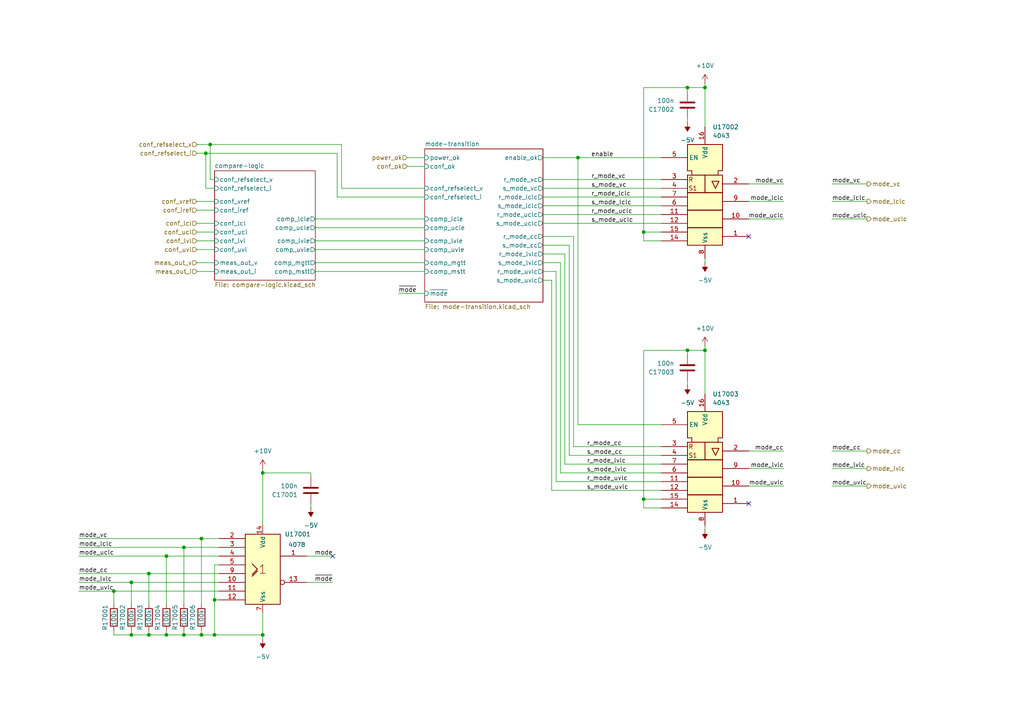
<source format=kicad_sch>
(kicad_sch
	(version 20231120)
	(generator "eeschema")
	(generator_version "8.0")
	(uuid "bab3d04e-9182-488f-a881-e17cf760aa1e")
	(paper "A4")
	(title_block
		(title "Power Supply Sink")
		(date "2024-11-16")
		(rev "0.7.0")
		(company "Open Battery Tester")
		(comment 1 "Limit-Logic")
	)
	(lib_symbols
		(symbol "pss:+10V"
			(power)
			(pin_numbers hide)
			(pin_names
				(offset 0) hide)
			(exclude_from_sim no)
			(in_bom yes)
			(on_board yes)
			(property "Reference" "#PWR"
				(at 0 -3.81 0)
				(effects
					(font
						(size 1.27 1.27)
					)
					(hide yes)
				)
			)
			(property "Value" "+10V"
				(at 0 3.556 0)
				(effects
					(font
						(size 1.27 1.27)
					)
				)
			)
			(property "Footprint" ""
				(at 0 0 0)
				(effects
					(font
						(size 1.27 1.27)
					)
					(hide yes)
				)
			)
			(property "Datasheet" ""
				(at 0 0 0)
				(effects
					(font
						(size 1.27 1.27)
					)
					(hide yes)
				)
			)
			(property "Description" "Power symbol creates a global label with name \"+10V\""
				(at 0 0 0)
				(effects
					(font
						(size 1.27 1.27)
					)
					(hide yes)
				)
			)
			(property "ki_keywords" "global power"
				(at 0 0 0)
				(effects
					(font
						(size 1.27 1.27)
					)
					(hide yes)
				)
			)
			(symbol "+10V_0_1"
				(polyline
					(pts
						(xy -0.762 1.27) (xy 0 2.54)
					)
					(stroke
						(width 0)
						(type default)
					)
					(fill
						(type none)
					)
				)
				(polyline
					(pts
						(xy 0 0) (xy 0 2.54)
					)
					(stroke
						(width 0)
						(type default)
					)
					(fill
						(type none)
					)
				)
				(polyline
					(pts
						(xy 0 2.54) (xy 0.762 1.27)
					)
					(stroke
						(width 0)
						(type default)
					)
					(fill
						(type none)
					)
				)
			)
			(symbol "+10V_1_1"
				(pin power_in line
					(at 0 0 90)
					(length 0)
					(name "~"
						(effects
							(font
								(size 1.27 1.27)
							)
						)
					)
					(number "1"
						(effects
							(font
								(size 1.27 1.27)
							)
						)
					)
				)
			)
		)
		(symbol "pss:-5V"
			(power)
			(pin_numbers hide)
			(pin_names
				(offset 0) hide)
			(exclude_from_sim no)
			(in_bom yes)
			(on_board yes)
			(property "Reference" "#PWR"
				(at 0 -3.81 0)
				(effects
					(font
						(size 1.27 1.27)
					)
					(hide yes)
				)
			)
			(property "Value" "-5V"
				(at 0 3.556 0)
				(effects
					(font
						(size 1.27 1.27)
					)
				)
			)
			(property "Footprint" ""
				(at 0 0 0)
				(effects
					(font
						(size 1.27 1.27)
					)
					(hide yes)
				)
			)
			(property "Datasheet" ""
				(at 0 0 0)
				(effects
					(font
						(size 1.27 1.27)
					)
					(hide yes)
				)
			)
			(property "Description" "Power symbol creates a global label with name \"-5V\""
				(at 0 0 0)
				(effects
					(font
						(size 1.27 1.27)
					)
					(hide yes)
				)
			)
			(property "ki_keywords" "global power"
				(at 0 0 0)
				(effects
					(font
						(size 1.27 1.27)
					)
					(hide yes)
				)
			)
			(symbol "-5V_0_0"
				(pin power_in line
					(at 0 0 90)
					(length 0)
					(name "~"
						(effects
							(font
								(size 1.27 1.27)
							)
						)
					)
					(number "1"
						(effects
							(font
								(size 1.27 1.27)
							)
						)
					)
				)
			)
			(symbol "-5V_0_1"
				(polyline
					(pts
						(xy 0 0) (xy 0 1.27) (xy 0.762 1.27) (xy 0 2.54) (xy -0.762 1.27) (xy 0 1.27)
					)
					(stroke
						(width 0)
						(type default)
					)
					(fill
						(type outline)
					)
				)
			)
		)
		(symbol "pss:4043"
			(exclude_from_sim no)
			(in_bom yes)
			(on_board yes)
			(property "Reference" "U"
				(at 6.35 12.7 0)
				(effects
					(font
						(size 1.27 1.27)
					)
				)
			)
			(property "Value" "4043"
				(at 7.62 -20.32 0)
				(effects
					(font
						(size 1.27 1.27)
					)
				)
			)
			(property "Footprint" ""
				(at 0 0 0)
				(effects
					(font
						(size 1.27 1.27)
					)
					(hide yes)
				)
			)
			(property "Datasheet" ""
				(at 0 0 0)
				(effects
					(font
						(size 1.27 1.27)
					)
					(hide yes)
				)
			)
			(property "Description" ""
				(at 0 0 0)
				(effects
					(font
						(size 1.27 1.27)
					)
					(hide yes)
				)
			)
			(symbol "4043_0_0"
				(rectangle
					(start -5.08 -13.97)
					(end 5.08 -19.05)
					(stroke
						(width 0.254)
						(type default)
					)
					(fill
						(type background)
					)
				)
				(rectangle
					(start -5.08 -8.89)
					(end 5.08 -13.97)
					(stroke
						(width 0.254)
						(type default)
					)
					(fill
						(type background)
					)
				)
				(rectangle
					(start -5.08 -3.81)
					(end 5.08 -8.89)
					(stroke
						(width 0.254)
						(type default)
					)
					(fill
						(type background)
					)
				)
				(rectangle
					(start -5.08 1.27)
					(end 5.08 -3.81)
					(stroke
						(width 0.254)
						(type default)
					)
					(fill
						(type background)
					)
				)
				(polyline
					(pts
						(xy 0 1.27) (xy 0 -3.81) (xy 0 -3.81)
					)
					(stroke
						(width 0.254)
						(type default)
					)
					(fill
						(type background)
					)
				)
				(polyline
					(pts
						(xy 2.032 -0.508) (xy 3.048 -2.54) (xy 4.064 -0.508) (xy 2.032 -0.508) (xy 2.032 -0.508)
					)
					(stroke
						(width 0.254)
						(type default)
					)
					(fill
						(type background)
					)
				)
				(polyline
					(pts
						(xy -3.81 1.27) (xy -3.81 2.54) (xy -5.08 2.54) (xy -5.08 10.16) (xy 5.08 10.16) (xy 5.08 2.54)
						(xy 3.81 2.54) (xy 3.81 1.27) (xy 3.81 1.27)
					)
					(stroke
						(width 0.254)
						(type default)
					)
					(fill
						(type background)
					)
				)
			)
			(symbol "4043_1_0"
				(pin output line
					(at 12.7 -16.51 180)
					(length 7.62)
					(name "~"
						(effects
							(font
								(size 1.27 1.27)
							)
						)
					)
					(number "1"
						(effects
							(font
								(size 1.27 1.27)
							)
						)
					)
				)
				(pin output line
					(at 12.7 -11.43 180)
					(length 7.62)
					(name "~"
						(effects
							(font
								(size 1.27 1.27)
							)
						)
					)
					(number "10"
						(effects
							(font
								(size 1.27 1.27)
							)
						)
					)
				)
				(pin input line
					(at -12.7 -10.16 0)
					(length 7.62)
					(name "~"
						(effects
							(font
								(size 1.27 1.27)
							)
						)
					)
					(number "11"
						(effects
							(font
								(size 1.27 1.27)
							)
						)
					)
				)
				(pin input line
					(at -12.7 -12.7 0)
					(length 7.62)
					(name "~"
						(effects
							(font
								(size 1.27 1.27)
							)
						)
					)
					(number "12"
						(effects
							(font
								(size 1.27 1.27)
							)
						)
					)
				)
				(pin input line
					(at -12.7 -17.78 0)
					(length 7.62)
					(name "~"
						(effects
							(font
								(size 1.27 1.27)
							)
						)
					)
					(number "14"
						(effects
							(font
								(size 1.27 1.27)
							)
						)
					)
				)
				(pin input line
					(at -12.7 -15.24 0)
					(length 7.62)
					(name "~"
						(effects
							(font
								(size 1.27 1.27)
							)
						)
					)
					(number "15"
						(effects
							(font
								(size 1.27 1.27)
							)
						)
					)
				)
				(pin power_in line
					(at 0 15.24 270)
					(length 5.08)
					(name "Vdd"
						(effects
							(font
								(size 1.27 1.27)
							)
						)
					)
					(number "16"
						(effects
							(font
								(size 1.27 1.27)
							)
						)
					)
				)
				(pin output line
					(at 12.7 -1.27 180)
					(length 7.62)
					(name "~"
						(effects
							(font
								(size 1.27 1.27)
							)
						)
					)
					(number "2"
						(effects
							(font
								(size 1.27 1.27)
							)
						)
					)
				)
				(pin input line
					(at -12.7 0 0)
					(length 7.62)
					(name "~"
						(effects
							(font
								(size 1.27 1.27)
							)
						)
					)
					(number "3"
						(effects
							(font
								(size 1.27 1.27)
							)
						)
					)
				)
				(pin input line
					(at -12.7 -2.54 0)
					(length 7.62)
					(name "~"
						(effects
							(font
								(size 1.27 1.27)
							)
						)
					)
					(number "4"
						(effects
							(font
								(size 1.27 1.27)
							)
						)
					)
				)
				(pin input line
					(at -12.7 6.35 0)
					(length 7.62)
					(name "EN"
						(effects
							(font
								(size 1.27 1.27)
							)
						)
					)
					(number "5"
						(effects
							(font
								(size 1.27 1.27)
							)
						)
					)
				)
				(pin input line
					(at -12.7 -7.62 0)
					(length 7.62)
					(name "~"
						(effects
							(font
								(size 1.27 1.27)
							)
						)
					)
					(number "6"
						(effects
							(font
								(size 1.27 1.27)
							)
						)
					)
				)
				(pin input line
					(at -12.7 -5.08 0)
					(length 7.62)
					(name "~"
						(effects
							(font
								(size 1.27 1.27)
							)
						)
					)
					(number "7"
						(effects
							(font
								(size 1.27 1.27)
							)
						)
					)
				)
				(pin power_in line
					(at 0 -22.86 90)
					(length 3.81)
					(name "Vss"
						(effects
							(font
								(size 1.27 1.27)
							)
						)
					)
					(number "8"
						(effects
							(font
								(size 1.27 1.27)
							)
						)
					)
				)
				(pin output line
					(at 12.7 -6.35 180)
					(length 7.62)
					(name "~"
						(effects
							(font
								(size 1.27 1.27)
							)
						)
					)
					(number "9"
						(effects
							(font
								(size 1.27 1.27)
							)
						)
					)
				)
			)
			(symbol "4043_1_1"
				(text "R"
					(at -4.826 0 0)
					(effects
						(font
							(size 1.27 1.27)
						)
						(justify left)
					)
				)
				(text "S1"
					(at -4.826 -2.54 0)
					(effects
						(font
							(size 1.27 1.27)
						)
						(justify left)
					)
				)
			)
		)
		(symbol "pss:4078"
			(exclude_from_sim no)
			(in_bom yes)
			(on_board yes)
			(property "Reference" "U"
				(at 5.588 15.748 0)
				(effects
					(font
						(size 1.27 1.27)
					)
				)
			)
			(property "Value" "4078"
				(at 7.366 13.208 0)
				(effects
					(font
						(size 1.27 1.27)
					)
				)
			)
			(property "Footprint" ""
				(at 0 0 0)
				(effects
					(font
						(size 1.27 1.27)
					)
					(hide yes)
				)
			)
			(property "Datasheet" ""
				(at 0 0 0)
				(effects
					(font
						(size 1.27 1.27)
					)
					(hide yes)
				)
			)
			(property "Description" ""
				(at 0 0 0)
				(effects
					(font
						(size 1.27 1.27)
					)
					(hide yes)
				)
			)
			(symbol "4078_0_0"
				(rectangle
					(start -5.08 10.16)
					(end 5.08 -10.16)
					(stroke
						(width 0.254)
						(type default)
					)
					(fill
						(type background)
					)
				)
				(polyline
					(pts
						(xy -3.048 -2.032) (xy -1.524 -0.508) (xy -1.524 -0.508)
					)
					(stroke
						(width 0.254)
						(type default)
					)
					(fill
						(type background)
					)
				)
				(polyline
					(pts
						(xy -3.048 1.524) (xy -1.524 0) (xy -3.048 -1.524) (xy -3.048 -1.524)
					)
					(stroke
						(width 0.254)
						(type default)
					)
					(fill
						(type background)
					)
				)
				(text "1"
					(at 0 0 0)
					(effects
						(font
							(size 2.54 2.54)
						)
					)
				)
				(pin power_in line
					(at 0 12.7 270)
					(length 2.54)
					(name "Vdd"
						(effects
							(font
								(size 1.27 1.27)
							)
						)
					)
					(number "14"
						(effects
							(font
								(size 1.27 1.27)
							)
						)
					)
				)
				(pin power_in line
					(at 0 -12.7 90)
					(length 2.54)
					(name "Vss"
						(effects
							(font
								(size 1.27 1.27)
							)
						)
					)
					(number "7"
						(effects
							(font
								(size 1.27 1.27)
							)
						)
					)
				)
			)
			(symbol "4078_1_1"
				(pin output line
					(at 12.7 3.81 180)
					(length 7.62)
					(name "~"
						(effects
							(font
								(size 1.27 1.27)
							)
						)
					)
					(number "1"
						(effects
							(font
								(size 1.27 1.27)
							)
						)
					)
				)
				(pin input line
					(at -12.7 -3.81 0)
					(length 7.62)
					(name "~"
						(effects
							(font
								(size 1.27 1.27)
							)
						)
					)
					(number "10"
						(effects
							(font
								(size 1.27 1.27)
							)
						)
					)
				)
				(pin input line
					(at -12.7 -6.35 0)
					(length 7.62)
					(name "~"
						(effects
							(font
								(size 1.27 1.27)
							)
						)
					)
					(number "11"
						(effects
							(font
								(size 1.27 1.27)
							)
						)
					)
				)
				(pin input line
					(at -12.7 -8.89 0)
					(length 7.62)
					(name "~"
						(effects
							(font
								(size 1.27 1.27)
							)
						)
					)
					(number "12"
						(effects
							(font
								(size 1.27 1.27)
							)
						)
					)
				)
				(pin output inverted
					(at 12.7 -3.81 180)
					(length 7.62)
					(name "~"
						(effects
							(font
								(size 1.27 1.27)
							)
						)
					)
					(number "13"
						(effects
							(font
								(size 1.27 1.27)
							)
						)
					)
				)
				(pin input line
					(at -12.7 8.89 0)
					(length 7.62)
					(name "~"
						(effects
							(font
								(size 1.27 1.27)
							)
						)
					)
					(number "2"
						(effects
							(font
								(size 1.27 1.27)
							)
						)
					)
				)
				(pin input line
					(at -12.7 6.35 0)
					(length 7.62)
					(name "~"
						(effects
							(font
								(size 1.27 1.27)
							)
						)
					)
					(number "3"
						(effects
							(font
								(size 1.27 1.27)
							)
						)
					)
				)
				(pin input line
					(at -12.7 3.81 0)
					(length 7.62)
					(name "~"
						(effects
							(font
								(size 1.27 1.27)
							)
						)
					)
					(number "4"
						(effects
							(font
								(size 1.27 1.27)
							)
						)
					)
				)
				(pin input line
					(at -12.7 1.27 0)
					(length 7.62)
					(name "~"
						(effects
							(font
								(size 1.27 1.27)
							)
						)
					)
					(number "5"
						(effects
							(font
								(size 1.27 1.27)
							)
						)
					)
				)
				(pin input line
					(at -12.7 -1.27 0)
					(length 7.62)
					(name "~"
						(effects
							(font
								(size 1.27 1.27)
							)
						)
					)
					(number "9"
						(effects
							(font
								(size 1.27 1.27)
							)
						)
					)
				)
			)
		)
		(symbol "pss:C"
			(pin_numbers hide)
			(pin_names
				(offset 0.254)
			)
			(exclude_from_sim no)
			(in_bom yes)
			(on_board yes)
			(property "Reference" "C"
				(at 0.635 2.54 0)
				(effects
					(font
						(size 1.27 1.27)
					)
					(justify left)
				)
			)
			(property "Value" "C"
				(at 0.635 -2.54 0)
				(effects
					(font
						(size 1.27 1.27)
					)
					(justify left)
				)
			)
			(property "Footprint" ""
				(at 0.9652 -3.81 0)
				(effects
					(font
						(size 1.27 1.27)
					)
					(hide yes)
				)
			)
			(property "Datasheet" "~"
				(at 0 0 0)
				(effects
					(font
						(size 1.27 1.27)
					)
					(hide yes)
				)
			)
			(property "Description" "Unpolarized capacitor"
				(at 0 0 0)
				(effects
					(font
						(size 1.27 1.27)
					)
					(hide yes)
				)
			)
			(property "ki_keywords" "cap capacitor"
				(at 0 0 0)
				(effects
					(font
						(size 1.27 1.27)
					)
					(hide yes)
				)
			)
			(property "ki_fp_filters" "C_*"
				(at 0 0 0)
				(effects
					(font
						(size 1.27 1.27)
					)
					(hide yes)
				)
			)
			(symbol "C_0_1"
				(polyline
					(pts
						(xy -2.032 -0.762) (xy 2.032 -0.762)
					)
					(stroke
						(width 0.508)
						(type default)
					)
					(fill
						(type none)
					)
				)
				(polyline
					(pts
						(xy -2.032 0.762) (xy 2.032 0.762)
					)
					(stroke
						(width 0.508)
						(type default)
					)
					(fill
						(type none)
					)
				)
			)
			(symbol "C_1_1"
				(pin passive line
					(at 0 3.81 270)
					(length 2.794)
					(name "~"
						(effects
							(font
								(size 1.27 1.27)
							)
						)
					)
					(number "1"
						(effects
							(font
								(size 1.27 1.27)
							)
						)
					)
				)
				(pin passive line
					(at 0 -3.81 90)
					(length 2.794)
					(name "~"
						(effects
							(font
								(size 1.27 1.27)
							)
						)
					)
					(number "2"
						(effects
							(font
								(size 1.27 1.27)
							)
						)
					)
				)
			)
		)
		(symbol "pss:R"
			(pin_numbers hide)
			(pin_names
				(offset 0)
			)
			(exclude_from_sim no)
			(in_bom yes)
			(on_board yes)
			(property "Reference" "R"
				(at 2.032 0 90)
				(effects
					(font
						(size 1.27 1.27)
					)
				)
			)
			(property "Value" "R"
				(at 0 0 90)
				(effects
					(font
						(size 1.27 1.27)
					)
				)
			)
			(property "Footprint" ""
				(at -1.778 0 90)
				(effects
					(font
						(size 1.27 1.27)
					)
					(hide yes)
				)
			)
			(property "Datasheet" "~"
				(at 0 0 0)
				(effects
					(font
						(size 1.27 1.27)
					)
					(hide yes)
				)
			)
			(property "Description" "Resistor"
				(at 0 0 0)
				(effects
					(font
						(size 1.27 1.27)
					)
					(hide yes)
				)
			)
			(property "ki_keywords" "R res resistor"
				(at 0 0 0)
				(effects
					(font
						(size 1.27 1.27)
					)
					(hide yes)
				)
			)
			(property "ki_fp_filters" "R_*"
				(at 0 0 0)
				(effects
					(font
						(size 1.27 1.27)
					)
					(hide yes)
				)
			)
			(symbol "R_0_1"
				(rectangle
					(start -1.016 -2.54)
					(end 1.016 2.54)
					(stroke
						(width 0.254)
						(type default)
					)
					(fill
						(type none)
					)
				)
			)
			(symbol "R_1_1"
				(pin passive line
					(at 0 3.81 270)
					(length 1.27)
					(name "~"
						(effects
							(font
								(size 1.27 1.27)
							)
						)
					)
					(number "1"
						(effects
							(font
								(size 1.27 1.27)
							)
						)
					)
				)
				(pin passive line
					(at 0 -3.81 90)
					(length 1.27)
					(name "~"
						(effects
							(font
								(size 1.27 1.27)
							)
						)
					)
					(number "2"
						(effects
							(font
								(size 1.27 1.27)
							)
						)
					)
				)
			)
		)
	)
	(junction
		(at 199.39 25.4)
		(diameter 0)
		(color 0 0 0 0)
		(uuid "0a138893-8bc6-4d1e-9798-f38ae66c71c9")
	)
	(junction
		(at 62.23 184.15)
		(diameter 0)
		(color 0 0 0 0)
		(uuid "2ddc56d6-a8e4-4546-978d-d801a74f0c1d")
	)
	(junction
		(at 204.47 25.4)
		(diameter 0)
		(color 0 0 0 0)
		(uuid "3a73330a-bbf9-4683-a279-61841294a3ba")
	)
	(junction
		(at 167.64 45.72)
		(diameter 0)
		(color 0 0 0 0)
		(uuid "4b19c1ed-9486-4174-974b-4fdaa123afcd")
	)
	(junction
		(at 43.18 184.15)
		(diameter 0)
		(color 0 0 0 0)
		(uuid "5ab6b2b2-3852-42a9-8c24-1fce93105219")
	)
	(junction
		(at 38.1 168.91)
		(diameter 0)
		(color 0 0 0 0)
		(uuid "5e67ec5b-f5ee-462d-8328-00c66c8ddcfb")
	)
	(junction
		(at 60.96 41.91)
		(diameter 0)
		(color 0 0 0 0)
		(uuid "60cb9143-1647-4ea9-adf9-985d0516644a")
	)
	(junction
		(at 53.34 184.15)
		(diameter 0)
		(color 0 0 0 0)
		(uuid "696f5d5e-4620-4fb1-bba8-2cd04ad71a1b")
	)
	(junction
		(at 48.26 161.29)
		(diameter 0)
		(color 0 0 0 0)
		(uuid "6e1c1978-f441-48bb-a0f2-58657b41afe5")
	)
	(junction
		(at 76.2 184.15)
		(diameter 0)
		(color 0 0 0 0)
		(uuid "81e34f1e-3138-4ae0-91eb-d174c4995918")
	)
	(junction
		(at 186.69 144.78)
		(diameter 0)
		(color 0 0 0 0)
		(uuid "821a889f-d901-4527-b645-67b4ac3fcd98")
	)
	(junction
		(at 62.23 173.99)
		(diameter 0)
		(color 0 0 0 0)
		(uuid "88be8591-837f-4d8d-80ca-5b5382881898")
	)
	(junction
		(at 58.42 184.15)
		(diameter 0)
		(color 0 0 0 0)
		(uuid "8ac59907-6454-492d-bd06-e6c5c9cc11be")
	)
	(junction
		(at 186.69 67.31)
		(diameter 0)
		(color 0 0 0 0)
		(uuid "9777def3-9958-481e-bae7-d25b6114b936")
	)
	(junction
		(at 33.02 171.45)
		(diameter 0)
		(color 0 0 0 0)
		(uuid "982227dd-00d2-4f8f-ace6-09de5262ae00")
	)
	(junction
		(at 204.47 101.6)
		(diameter 0)
		(color 0 0 0 0)
		(uuid "adeacf36-2bd9-4c86-9aec-aa26dc881c1d")
	)
	(junction
		(at 53.34 158.75)
		(diameter 0)
		(color 0 0 0 0)
		(uuid "c05b786c-1191-4879-8be5-424a4e7facee")
	)
	(junction
		(at 43.18 166.37)
		(diameter 0)
		(color 0 0 0 0)
		(uuid "c428fafa-b883-44c2-a3ec-d059ca1757b2")
	)
	(junction
		(at 199.39 101.6)
		(diameter 0)
		(color 0 0 0 0)
		(uuid "caf73d27-7efb-4e55-b878-fee5be848d2c")
	)
	(junction
		(at 48.26 184.15)
		(diameter 0)
		(color 0 0 0 0)
		(uuid "df7e74e8-8024-4b52-a2f6-a219d5d934e0")
	)
	(junction
		(at 38.1 184.15)
		(diameter 0)
		(color 0 0 0 0)
		(uuid "eb6c91fd-ecea-414d-a5cf-d1d43c1b25ab")
	)
	(junction
		(at 59.69 44.45)
		(diameter 0)
		(color 0 0 0 0)
		(uuid "eeebff64-f938-4a2a-b827-b3a3cdb23a32")
	)
	(junction
		(at 76.2 137.16)
		(diameter 0)
		(color 0 0 0 0)
		(uuid "f96db36c-cb11-42b3-a637-929c6e358906")
	)
	(junction
		(at 58.42 156.21)
		(diameter 0)
		(color 0 0 0 0)
		(uuid "ff41a7e9-fac4-4668-b6e6-35609764a87c")
	)
	(no_connect
		(at 217.17 146.05)
		(uuid "a2a438dd-2a25-40ec-b99e-2123ef55c9fe")
	)
	(no_connect
		(at 96.52 161.29)
		(uuid "b5615861-c393-42a5-aa69-183b2a5f8d9f")
	)
	(no_connect
		(at 217.17 68.58)
		(uuid "d1263355-d820-4d39-8180-b9ff0d75c56a")
	)
	(wire
		(pts
			(xy 88.9 168.91) (xy 96.52 168.91)
		)
		(stroke
			(width 0)
			(type default)
		)
		(uuid "013933cf-b975-44e1-b43d-75bd88e5d2f5")
	)
	(wire
		(pts
			(xy 59.69 44.45) (xy 97.79 44.45)
		)
		(stroke
			(width 0)
			(type default)
		)
		(uuid "05fb8522-cae7-471b-aa46-17beb5a57131")
	)
	(wire
		(pts
			(xy 62.23 54.61) (xy 59.69 54.61)
		)
		(stroke
			(width 0)
			(type default)
		)
		(uuid "093fc503-6b80-486b-93e0-3e66f031c88d")
	)
	(wire
		(pts
			(xy 57.15 72.39) (xy 62.23 72.39)
		)
		(stroke
			(width 0)
			(type default)
		)
		(uuid "09d9964c-6256-4764-a52f-77d1312fd733")
	)
	(wire
		(pts
			(xy 43.18 184.15) (xy 48.26 184.15)
		)
		(stroke
			(width 0)
			(type default)
		)
		(uuid "0a6f1ad2-aa3c-4bd6-a46a-73d6c81b7874")
	)
	(wire
		(pts
			(xy 165.1 71.12) (xy 165.1 132.08)
		)
		(stroke
			(width 0)
			(type default)
		)
		(uuid "0a883500-f915-4261-beca-7f0c8222fa59")
	)
	(wire
		(pts
			(xy 57.15 58.42) (xy 62.23 58.42)
		)
		(stroke
			(width 0)
			(type default)
		)
		(uuid "0e262293-94db-474c-9a45-d23f5fbacbf5")
	)
	(wire
		(pts
			(xy 217.17 130.81) (xy 227.33 130.81)
		)
		(stroke
			(width 0)
			(type default)
		)
		(uuid "1021446a-b69e-4039-ac20-1b4746f81234")
	)
	(wire
		(pts
			(xy 204.47 74.93) (xy 204.47 76.2)
		)
		(stroke
			(width 0)
			(type default)
		)
		(uuid "1075821a-2d1b-4dd6-a682-ba22edfad91e")
	)
	(wire
		(pts
			(xy 58.42 156.21) (xy 58.42 175.26)
		)
		(stroke
			(width 0)
			(type default)
		)
		(uuid "1199d421-d0fb-49f5-b503-cf75590c4a41")
	)
	(wire
		(pts
			(xy 90.17 146.05) (xy 90.17 147.32)
		)
		(stroke
			(width 0)
			(type default)
		)
		(uuid "1436ad3f-d7d6-4736-b18b-4860a86bd1ef")
	)
	(wire
		(pts
			(xy 62.23 52.07) (xy 60.96 52.07)
		)
		(stroke
			(width 0)
			(type default)
		)
		(uuid "145b2e97-afed-4ecd-b7c1-ad1c4afca0a9")
	)
	(wire
		(pts
			(xy 58.42 156.21) (xy 63.5 156.21)
		)
		(stroke
			(width 0)
			(type default)
		)
		(uuid "14628240-7990-47ee-ae9e-9c58fedfc613")
	)
	(wire
		(pts
			(xy 22.86 161.29) (xy 48.26 161.29)
		)
		(stroke
			(width 0)
			(type default)
		)
		(uuid "158ce6b7-c6f1-4a13-9ab4-73cffbbb9b00")
	)
	(wire
		(pts
			(xy 217.17 53.34) (xy 227.33 53.34)
		)
		(stroke
			(width 0)
			(type default)
		)
		(uuid "1aed32cb-782f-4f4b-b024-1bf2c5fe280a")
	)
	(wire
		(pts
			(xy 157.48 71.12) (xy 165.1 71.12)
		)
		(stroke
			(width 0)
			(type default)
		)
		(uuid "1baead47-e461-4426-bcc5-b228b04ab35b")
	)
	(wire
		(pts
			(xy 43.18 166.37) (xy 63.5 166.37)
		)
		(stroke
			(width 0)
			(type default)
		)
		(uuid "1c0b064c-4d0e-4ae1-80a8-ebbadf4208e3")
	)
	(wire
		(pts
			(xy 199.39 101.6) (xy 186.69 101.6)
		)
		(stroke
			(width 0)
			(type default)
		)
		(uuid "1d0b7698-dfb7-4875-b124-795009e24bfe")
	)
	(wire
		(pts
			(xy 33.02 171.45) (xy 63.5 171.45)
		)
		(stroke
			(width 0)
			(type default)
		)
		(uuid "1deff9e6-58c2-48df-a96d-4f9eced62a9e")
	)
	(wire
		(pts
			(xy 204.47 100.33) (xy 204.47 101.6)
		)
		(stroke
			(width 0)
			(type default)
		)
		(uuid "1e90de87-d793-4dd3-b709-c0b82935c73d")
	)
	(wire
		(pts
			(xy 91.44 66.04) (xy 123.19 66.04)
		)
		(stroke
			(width 0)
			(type default)
		)
		(uuid "20be1529-daa5-442e-8355-863cbce611ce")
	)
	(wire
		(pts
			(xy 162.56 76.2) (xy 162.56 137.16)
		)
		(stroke
			(width 0)
			(type default)
		)
		(uuid "24a1de11-8dc5-4878-83c9-2ce8bf0fe486")
	)
	(wire
		(pts
			(xy 91.44 76.2) (xy 123.19 76.2)
		)
		(stroke
			(width 0)
			(type default)
		)
		(uuid "24fcc4bd-a6d3-4e17-97d6-b6fefc5fce6b")
	)
	(wire
		(pts
			(xy 22.86 168.91) (xy 38.1 168.91)
		)
		(stroke
			(width 0)
			(type default)
		)
		(uuid "262f01b7-9fc0-4949-9ed0-914993f71296")
	)
	(wire
		(pts
			(xy 217.17 135.89) (xy 227.33 135.89)
		)
		(stroke
			(width 0)
			(type default)
		)
		(uuid "28a3d18e-d1a2-4eaf-a28a-a5df7a1f10ed")
	)
	(wire
		(pts
			(xy 22.86 171.45) (xy 33.02 171.45)
		)
		(stroke
			(width 0)
			(type default)
		)
		(uuid "292835c0-e512-4e6e-a1d5-9cfff151b8a0")
	)
	(wire
		(pts
			(xy 186.69 67.31) (xy 186.69 69.85)
		)
		(stroke
			(width 0)
			(type default)
		)
		(uuid "2a30b74c-66d9-40f7-92b8-c0c113b51f9a")
	)
	(wire
		(pts
			(xy 99.06 41.91) (xy 99.06 54.61)
		)
		(stroke
			(width 0)
			(type default)
		)
		(uuid "2af0fcb2-00d0-4a19-8c1b-1275cc82cc82")
	)
	(wire
		(pts
			(xy 62.23 163.83) (xy 62.23 173.99)
		)
		(stroke
			(width 0)
			(type default)
		)
		(uuid "2b809dfe-20a2-44d0-8b1b-f517a4325c2f")
	)
	(wire
		(pts
			(xy 63.5 163.83) (xy 62.23 163.83)
		)
		(stroke
			(width 0)
			(type default)
		)
		(uuid "2cbadf56-7c9f-4a2c-b133-030707f6402c")
	)
	(wire
		(pts
			(xy 204.47 101.6) (xy 204.47 114.3)
		)
		(stroke
			(width 0)
			(type default)
		)
		(uuid "2dab936b-919e-49dc-b335-9901608940b6")
	)
	(wire
		(pts
			(xy 241.3 130.81) (xy 251.46 130.81)
		)
		(stroke
			(width 0)
			(type default)
		)
		(uuid "2ff16171-9fac-4e30-a93f-eea0eb2cb7c2")
	)
	(wire
		(pts
			(xy 191.77 67.31) (xy 186.69 67.31)
		)
		(stroke
			(width 0)
			(type default)
		)
		(uuid "32bb3ca1-df9c-41a4-9460-718ef1dad1c9")
	)
	(wire
		(pts
			(xy 165.1 132.08) (xy 191.77 132.08)
		)
		(stroke
			(width 0)
			(type default)
		)
		(uuid "370ad851-6dbd-4c3c-8142-eea09204de76")
	)
	(wire
		(pts
			(xy 58.42 184.15) (xy 62.23 184.15)
		)
		(stroke
			(width 0)
			(type default)
		)
		(uuid "37e4822b-654e-4eec-a2a8-f78850052e0e")
	)
	(wire
		(pts
			(xy 241.3 135.89) (xy 251.46 135.89)
		)
		(stroke
			(width 0)
			(type default)
		)
		(uuid "38ab2380-8794-4ae9-aca8-4e121c073b2f")
	)
	(wire
		(pts
			(xy 199.39 26.67) (xy 199.39 25.4)
		)
		(stroke
			(width 0)
			(type default)
		)
		(uuid "38b1e8c2-52c8-4efb-960a-8b0c586a81dd")
	)
	(wire
		(pts
			(xy 48.26 184.15) (xy 53.34 184.15)
		)
		(stroke
			(width 0)
			(type default)
		)
		(uuid "38f8bfd0-4105-4173-be4e-40399bd127df")
	)
	(wire
		(pts
			(xy 204.47 24.13) (xy 204.47 25.4)
		)
		(stroke
			(width 0)
			(type default)
		)
		(uuid "3c97fac2-e4f9-4e27-9c45-f0a6b2374e71")
	)
	(wire
		(pts
			(xy 43.18 166.37) (xy 43.18 175.26)
		)
		(stroke
			(width 0)
			(type default)
		)
		(uuid "3f10b2fb-fdc6-4344-8f5a-26248b2b8ee2")
	)
	(wire
		(pts
			(xy 57.15 41.91) (xy 60.96 41.91)
		)
		(stroke
			(width 0)
			(type default)
		)
		(uuid "448b42a2-d8ba-418b-8586-3c11cd433b45")
	)
	(wire
		(pts
			(xy 199.39 110.49) (xy 199.39 111.76)
		)
		(stroke
			(width 0)
			(type default)
		)
		(uuid "449ac6b2-2f3e-463f-9e1f-235b4419325b")
	)
	(wire
		(pts
			(xy 161.29 78.74) (xy 161.29 139.7)
		)
		(stroke
			(width 0)
			(type default)
		)
		(uuid "44fe064a-0d86-42cd-92f5-8c9c0387616c")
	)
	(wire
		(pts
			(xy 91.44 63.5) (xy 123.19 63.5)
		)
		(stroke
			(width 0)
			(type default)
		)
		(uuid "4939aaab-a48f-4e6c-8d07-efb9e69e3251")
	)
	(wire
		(pts
			(xy 199.39 25.4) (xy 204.47 25.4)
		)
		(stroke
			(width 0)
			(type default)
		)
		(uuid "4eac576e-0c56-46da-b166-f1466e2eb202")
	)
	(wire
		(pts
			(xy 118.11 48.26) (xy 123.19 48.26)
		)
		(stroke
			(width 0)
			(type default)
		)
		(uuid "533a1cf2-5388-4b3d-8b78-84a348ae416e")
	)
	(wire
		(pts
			(xy 88.9 161.29) (xy 96.52 161.29)
		)
		(stroke
			(width 0)
			(type default)
		)
		(uuid "561bb515-f42f-4f4e-a2e5-e0afb0e5e59c")
	)
	(wire
		(pts
			(xy 99.06 54.61) (xy 123.19 54.61)
		)
		(stroke
			(width 0)
			(type default)
		)
		(uuid "573149c4-6f16-4faa-95fb-a6728ada5dfb")
	)
	(wire
		(pts
			(xy 217.17 63.5) (xy 227.33 63.5)
		)
		(stroke
			(width 0)
			(type default)
		)
		(uuid "5c77f904-4f1a-4388-9910-b10f29509c55")
	)
	(wire
		(pts
			(xy 157.48 64.77) (xy 191.77 64.77)
		)
		(stroke
			(width 0)
			(type default)
		)
		(uuid "5f644dd4-f63d-4280-9a9d-46564af9f4d0")
	)
	(wire
		(pts
			(xy 90.17 138.43) (xy 90.17 137.16)
		)
		(stroke
			(width 0)
			(type default)
		)
		(uuid "5faa54b6-d6c9-4800-933c-98d015657234")
	)
	(wire
		(pts
			(xy 167.64 45.72) (xy 191.77 45.72)
		)
		(stroke
			(width 0)
			(type default)
		)
		(uuid "5fe4d960-4b9d-494a-9e89-82f94fee3c40")
	)
	(wire
		(pts
			(xy 62.23 184.15) (xy 76.2 184.15)
		)
		(stroke
			(width 0)
			(type default)
		)
		(uuid "60ac07b2-5f55-4c7c-b795-6208c6e783c3")
	)
	(wire
		(pts
			(xy 157.48 59.69) (xy 191.77 59.69)
		)
		(stroke
			(width 0)
			(type default)
		)
		(uuid "6434d6b0-28fd-47a5-b397-2f86094cc065")
	)
	(wire
		(pts
			(xy 22.86 158.75) (xy 53.34 158.75)
		)
		(stroke
			(width 0)
			(type default)
		)
		(uuid "67039bb6-5373-4bad-b040-be9205aa80ae")
	)
	(wire
		(pts
			(xy 157.48 68.58) (xy 166.37 68.58)
		)
		(stroke
			(width 0)
			(type default)
		)
		(uuid "69461add-799d-47b2-b751-2faba9fe4e7f")
	)
	(wire
		(pts
			(xy 57.15 69.85) (xy 62.23 69.85)
		)
		(stroke
			(width 0)
			(type default)
		)
		(uuid "69939cfa-9f42-4220-9718-d5f0585c2c16")
	)
	(wire
		(pts
			(xy 199.39 102.87) (xy 199.39 101.6)
		)
		(stroke
			(width 0)
			(type default)
		)
		(uuid "6c225720-8b6e-4a81-b7d8-44e7d1b3ab7f")
	)
	(wire
		(pts
			(xy 160.02 81.28) (xy 160.02 142.24)
		)
		(stroke
			(width 0)
			(type default)
		)
		(uuid "6c7b6ffd-b95f-4de0-936e-0ebb037c3fc2")
	)
	(wire
		(pts
			(xy 57.15 44.45) (xy 59.69 44.45)
		)
		(stroke
			(width 0)
			(type default)
		)
		(uuid "6d1802b0-b93a-4e0e-aaae-66f33387e091")
	)
	(wire
		(pts
			(xy 118.11 45.72) (xy 123.19 45.72)
		)
		(stroke
			(width 0)
			(type default)
		)
		(uuid "6dd07c4a-ae5f-412f-879c-0502902e4386")
	)
	(wire
		(pts
			(xy 76.2 137.16) (xy 76.2 152.4)
		)
		(stroke
			(width 0)
			(type default)
		)
		(uuid "6e5c6b7b-6aa5-4296-ab66-8df3b1b9d419")
	)
	(wire
		(pts
			(xy 97.79 44.45) (xy 97.79 57.15)
		)
		(stroke
			(width 0)
			(type default)
		)
		(uuid "6ff54af7-d113-471a-bee3-616c16491fb5")
	)
	(wire
		(pts
			(xy 191.77 123.19) (xy 167.64 123.19)
		)
		(stroke
			(width 0)
			(type default)
		)
		(uuid "73b4c4de-f446-4679-8daf-68fa4d56e470")
	)
	(wire
		(pts
			(xy 33.02 171.45) (xy 33.02 175.26)
		)
		(stroke
			(width 0)
			(type default)
		)
		(uuid "7431a12c-cddc-4f73-bb8e-a7c5ef8a1b5a")
	)
	(wire
		(pts
			(xy 157.48 78.74) (xy 161.29 78.74)
		)
		(stroke
			(width 0)
			(type default)
		)
		(uuid "7b651434-546b-4948-8f1a-89bdb09c364c")
	)
	(wire
		(pts
			(xy 38.1 182.88) (xy 38.1 184.15)
		)
		(stroke
			(width 0)
			(type default)
		)
		(uuid "7d0a193d-05b2-47f7-ad6d-a68636ed77e5")
	)
	(wire
		(pts
			(xy 157.48 73.66) (xy 163.83 73.66)
		)
		(stroke
			(width 0)
			(type default)
		)
		(uuid "7ff851f3-8270-4c1d-a25d-ce168f81f2d5")
	)
	(wire
		(pts
			(xy 60.96 41.91) (xy 60.96 52.07)
		)
		(stroke
			(width 0)
			(type default)
		)
		(uuid "80d3719e-660d-42bc-836b-7734640608ef")
	)
	(wire
		(pts
			(xy 57.15 64.77) (xy 62.23 64.77)
		)
		(stroke
			(width 0)
			(type default)
		)
		(uuid "89871bd4-e253-4521-b12d-05b812e567fd")
	)
	(wire
		(pts
			(xy 48.26 182.88) (xy 48.26 184.15)
		)
		(stroke
			(width 0)
			(type default)
		)
		(uuid "899f071b-7c09-41ab-bcba-9b233eb94932")
	)
	(wire
		(pts
			(xy 53.34 158.75) (xy 53.34 175.26)
		)
		(stroke
			(width 0)
			(type default)
		)
		(uuid "89cd69a9-8e81-4cee-b74e-2f6bfc3e3e9d")
	)
	(wire
		(pts
			(xy 48.26 161.29) (xy 63.5 161.29)
		)
		(stroke
			(width 0)
			(type default)
		)
		(uuid "8d7cb9a1-42b5-4091-af72-bee86bfdd53a")
	)
	(wire
		(pts
			(xy 199.39 34.29) (xy 199.39 35.56)
		)
		(stroke
			(width 0)
			(type default)
		)
		(uuid "8f970cc6-7e10-4a25-b125-980183752c52")
	)
	(wire
		(pts
			(xy 186.69 147.32) (xy 186.69 144.78)
		)
		(stroke
			(width 0)
			(type default)
		)
		(uuid "90d570e0-3b9d-4d3f-b430-c960b3f22abd")
	)
	(wire
		(pts
			(xy 186.69 67.31) (xy 186.69 25.4)
		)
		(stroke
			(width 0)
			(type default)
		)
		(uuid "913f4ce9-a2e4-4e17-8580-79625779b1d5")
	)
	(wire
		(pts
			(xy 217.17 140.97) (xy 227.33 140.97)
		)
		(stroke
			(width 0)
			(type default)
		)
		(uuid "92165998-9f13-4e61-a2a7-dc47032f78ca")
	)
	(wire
		(pts
			(xy 241.3 58.42) (xy 251.46 58.42)
		)
		(stroke
			(width 0)
			(type default)
		)
		(uuid "94ab27ff-1b54-44f5-b46d-01f0d647c8f2")
	)
	(wire
		(pts
			(xy 33.02 184.15) (xy 38.1 184.15)
		)
		(stroke
			(width 0)
			(type default)
		)
		(uuid "99b8f52f-0a9c-4a60-a8bb-49c392f86c73")
	)
	(wire
		(pts
			(xy 60.96 41.91) (xy 99.06 41.91)
		)
		(stroke
			(width 0)
			(type default)
		)
		(uuid "9ac77e53-5403-43e9-9ea9-8f93dff13936")
	)
	(wire
		(pts
			(xy 157.48 81.28) (xy 160.02 81.28)
		)
		(stroke
			(width 0)
			(type default)
		)
		(uuid "9b651892-5153-4e6a-bc42-b34398bf0961")
	)
	(wire
		(pts
			(xy 123.19 85.09) (xy 115.57 85.09)
		)
		(stroke
			(width 0)
			(type default)
		)
		(uuid "9bad529f-78d3-428f-b132-89366988417f")
	)
	(wire
		(pts
			(xy 57.15 78.74) (xy 62.23 78.74)
		)
		(stroke
			(width 0)
			(type default)
		)
		(uuid "9f856be2-60b5-466e-8c3b-c146c3789c17")
	)
	(wire
		(pts
			(xy 241.3 140.97) (xy 251.46 140.97)
		)
		(stroke
			(width 0)
			(type default)
		)
		(uuid "a2131856-a3cb-4aec-831a-758708f04000")
	)
	(wire
		(pts
			(xy 62.23 173.99) (xy 63.5 173.99)
		)
		(stroke
			(width 0)
			(type default)
		)
		(uuid "a26b1582-977b-4b56-a2ce-616dfea983c3")
	)
	(wire
		(pts
			(xy 166.37 129.54) (xy 191.77 129.54)
		)
		(stroke
			(width 0)
			(type default)
		)
		(uuid "a6556e2d-43ad-4c79-8320-b426f1bcc2a8")
	)
	(wire
		(pts
			(xy 191.77 69.85) (xy 186.69 69.85)
		)
		(stroke
			(width 0)
			(type default)
		)
		(uuid "a6eb377e-f162-4695-bca5-cc1331f9e88e")
	)
	(wire
		(pts
			(xy 157.48 57.15) (xy 191.77 57.15)
		)
		(stroke
			(width 0)
			(type default)
		)
		(uuid "a8ec6fde-3b7e-4b8f-b5d9-3092efb17718")
	)
	(wire
		(pts
			(xy 241.3 53.34) (xy 251.46 53.34)
		)
		(stroke
			(width 0)
			(type default)
		)
		(uuid "abca1566-8dd1-410a-ba23-1846cf90c07d")
	)
	(wire
		(pts
			(xy 157.48 76.2) (xy 162.56 76.2)
		)
		(stroke
			(width 0)
			(type default)
		)
		(uuid "ad6ee92a-ed34-4710-abd3-877d6b722cfa")
	)
	(wire
		(pts
			(xy 38.1 184.15) (xy 43.18 184.15)
		)
		(stroke
			(width 0)
			(type default)
		)
		(uuid "adb08eaa-4e57-4701-8e34-2b16eaa79da6")
	)
	(wire
		(pts
			(xy 217.17 58.42) (xy 227.33 58.42)
		)
		(stroke
			(width 0)
			(type default)
		)
		(uuid "b0512c24-34e1-4ec9-9dc0-61f4f92d6798")
	)
	(wire
		(pts
			(xy 186.69 25.4) (xy 199.39 25.4)
		)
		(stroke
			(width 0)
			(type default)
		)
		(uuid "b34b9309-5536-4bef-bd58-c0a412010446")
	)
	(wire
		(pts
			(xy 59.69 54.61) (xy 59.69 44.45)
		)
		(stroke
			(width 0)
			(type default)
		)
		(uuid "b52a3239-c511-4445-993f-8fb2fcf3e17e")
	)
	(wire
		(pts
			(xy 22.86 156.21) (xy 58.42 156.21)
		)
		(stroke
			(width 0)
			(type default)
		)
		(uuid "b5e5140c-ea22-43ed-9573-e0e39661dbd6")
	)
	(wire
		(pts
			(xy 91.44 72.39) (xy 123.19 72.39)
		)
		(stroke
			(width 0)
			(type default)
		)
		(uuid "b5e9b5e7-5949-44e1-a082-20fe3a94642b")
	)
	(wire
		(pts
			(xy 162.56 137.16) (xy 191.77 137.16)
		)
		(stroke
			(width 0)
			(type default)
		)
		(uuid "b6ed02db-fd03-4321-a4f3-7fc2dfdaef02")
	)
	(wire
		(pts
			(xy 166.37 68.58) (xy 166.37 129.54)
		)
		(stroke
			(width 0)
			(type default)
		)
		(uuid "b7f1c625-6f74-42de-b126-ab24a91acbcb")
	)
	(wire
		(pts
			(xy 204.47 152.4) (xy 204.47 153.67)
		)
		(stroke
			(width 0)
			(type default)
		)
		(uuid "b97e3612-5e2c-458f-961b-2c16adfbacc5")
	)
	(wire
		(pts
			(xy 33.02 182.88) (xy 33.02 184.15)
		)
		(stroke
			(width 0)
			(type default)
		)
		(uuid "ba234c64-a343-47e2-b916-91a7f03a0157")
	)
	(wire
		(pts
			(xy 53.34 158.75) (xy 63.5 158.75)
		)
		(stroke
			(width 0)
			(type default)
		)
		(uuid "bb4fbad4-6c3f-4a00-a938-138613f6183b")
	)
	(wire
		(pts
			(xy 57.15 60.96) (xy 62.23 60.96)
		)
		(stroke
			(width 0)
			(type default)
		)
		(uuid "bcbf8b43-4db9-4091-a76f-438a9d7c9a5a")
	)
	(wire
		(pts
			(xy 241.3 63.5) (xy 251.46 63.5)
		)
		(stroke
			(width 0)
			(type default)
		)
		(uuid "bd00e596-8bae-4f4e-b999-a23763c0bd25")
	)
	(wire
		(pts
			(xy 22.86 166.37) (xy 43.18 166.37)
		)
		(stroke
			(width 0)
			(type default)
		)
		(uuid "bef5cad2-42f7-4b9c-a116-9dcf77ad74ab")
	)
	(wire
		(pts
			(xy 199.39 101.6) (xy 204.47 101.6)
		)
		(stroke
			(width 0)
			(type default)
		)
		(uuid "c40f09aa-2c3f-420c-9baf-8d89f44879d7")
	)
	(wire
		(pts
			(xy 91.44 69.85) (xy 123.19 69.85)
		)
		(stroke
			(width 0)
			(type default)
		)
		(uuid "c4f904ff-b248-411f-b4de-7cbdbc5bcb49")
	)
	(wire
		(pts
			(xy 186.69 144.78) (xy 191.77 144.78)
		)
		(stroke
			(width 0)
			(type default)
		)
		(uuid "c90bbe18-2eb2-45fa-97c0-6947f96946f6")
	)
	(wire
		(pts
			(xy 76.2 184.15) (xy 76.2 185.42)
		)
		(stroke
			(width 0)
			(type default)
		)
		(uuid "ccf4662a-37a9-42a6-9a21-cc4dac49f600")
	)
	(wire
		(pts
			(xy 157.48 54.61) (xy 191.77 54.61)
		)
		(stroke
			(width 0)
			(type default)
		)
		(uuid "d26f059b-5504-47b9-b6db-28de8bc9e602")
	)
	(wire
		(pts
			(xy 57.15 76.2) (xy 62.23 76.2)
		)
		(stroke
			(width 0)
			(type default)
		)
		(uuid "d2867ea7-8062-4da8-bd55-286ed4370ca0")
	)
	(wire
		(pts
			(xy 48.26 161.29) (xy 48.26 175.26)
		)
		(stroke
			(width 0)
			(type default)
		)
		(uuid "d482f6ad-de2c-4a95-922c-1d498ccc296b")
	)
	(wire
		(pts
			(xy 43.18 182.88) (xy 43.18 184.15)
		)
		(stroke
			(width 0)
			(type default)
		)
		(uuid "d5225555-4984-449e-b36f-096751e1ca1b")
	)
	(wire
		(pts
			(xy 157.48 45.72) (xy 167.64 45.72)
		)
		(stroke
			(width 0)
			(type default)
		)
		(uuid "d55de5a3-13a0-4475-8cbf-1e6a94f52ec0")
	)
	(wire
		(pts
			(xy 163.83 73.66) (xy 163.83 134.62)
		)
		(stroke
			(width 0)
			(type default)
		)
		(uuid "d79341cb-fc27-480c-a176-888ba2c9f533")
	)
	(wire
		(pts
			(xy 90.17 137.16) (xy 76.2 137.16)
		)
		(stroke
			(width 0)
			(type default)
		)
		(uuid "d7faad39-3fd4-419e-a02d-d5089e49acf3")
	)
	(wire
		(pts
			(xy 204.47 25.4) (xy 204.47 36.83)
		)
		(stroke
			(width 0)
			(type default)
		)
		(uuid "d9dcff3b-7c64-492a-9067-e09e783ad593")
	)
	(wire
		(pts
			(xy 76.2 177.8) (xy 76.2 184.15)
		)
		(stroke
			(width 0)
			(type default)
		)
		(uuid "dc9c8ba3-13db-4088-b1ec-3fb243b42ca1")
	)
	(wire
		(pts
			(xy 157.48 62.23) (xy 191.77 62.23)
		)
		(stroke
			(width 0)
			(type default)
		)
		(uuid "dd41284e-40dc-4b48-991e-4b4cdafaf0a0")
	)
	(wire
		(pts
			(xy 167.64 123.19) (xy 167.64 45.72)
		)
		(stroke
			(width 0)
			(type default)
		)
		(uuid "de5ea3b9-ac17-4947-8dd1-48d81313acd7")
	)
	(wire
		(pts
			(xy 62.23 173.99) (xy 62.23 184.15)
		)
		(stroke
			(width 0)
			(type default)
		)
		(uuid "dfd90b56-2174-470a-b2ac-23daa4a179b8")
	)
	(wire
		(pts
			(xy 163.83 134.62) (xy 191.77 134.62)
		)
		(stroke
			(width 0)
			(type default)
		)
		(uuid "e0e33a37-364d-47eb-b5f7-f8c24e47fe7f")
	)
	(wire
		(pts
			(xy 186.69 101.6) (xy 186.69 144.78)
		)
		(stroke
			(width 0)
			(type default)
		)
		(uuid "e5777cca-82e1-4866-ba2d-20a377cfb889")
	)
	(wire
		(pts
			(xy 97.79 57.15) (xy 123.19 57.15)
		)
		(stroke
			(width 0)
			(type default)
		)
		(uuid "e5cf550d-169d-44d4-9583-e25207e1d6b3")
	)
	(wire
		(pts
			(xy 160.02 142.24) (xy 191.77 142.24)
		)
		(stroke
			(width 0)
			(type default)
		)
		(uuid "e6ee7e2a-c382-40db-828e-9f2220a12789")
	)
	(wire
		(pts
			(xy 57.15 67.31) (xy 62.23 67.31)
		)
		(stroke
			(width 0)
			(type default)
		)
		(uuid "e8a1f9ba-1204-4b07-99c0-f0b7df82242f")
	)
	(wire
		(pts
			(xy 38.1 168.91) (xy 38.1 175.26)
		)
		(stroke
			(width 0)
			(type default)
		)
		(uuid "e968924e-63be-42b5-bd04-eb2e633e8965")
	)
	(wire
		(pts
			(xy 91.44 78.74) (xy 123.19 78.74)
		)
		(stroke
			(width 0)
			(type default)
		)
		(uuid "eb7f57ce-9597-471a-9240-84a9e7215bde")
	)
	(wire
		(pts
			(xy 161.29 139.7) (xy 191.77 139.7)
		)
		(stroke
			(width 0)
			(type default)
		)
		(uuid "edc0b5ab-26bc-48a0-8e73-85fb474a090c")
	)
	(wire
		(pts
			(xy 58.42 184.15) (xy 58.42 182.88)
		)
		(stroke
			(width 0)
			(type default)
		)
		(uuid "ee1a301d-1420-45a8-b2c2-e77cd063fd27")
	)
	(wire
		(pts
			(xy 191.77 147.32) (xy 186.69 147.32)
		)
		(stroke
			(width 0)
			(type default)
		)
		(uuid "f0e7224a-ac73-4c10-840d-28542d71b715")
	)
	(wire
		(pts
			(xy 76.2 135.89) (xy 76.2 137.16)
		)
		(stroke
			(width 0)
			(type default)
		)
		(uuid "f19b14ff-4212-439f-a985-2b267f338073")
	)
	(wire
		(pts
			(xy 157.48 52.07) (xy 191.77 52.07)
		)
		(stroke
			(width 0)
			(type default)
		)
		(uuid "f24c045a-7ccb-44e8-9766-d16802d3b241")
	)
	(wire
		(pts
			(xy 53.34 182.88) (xy 53.34 184.15)
		)
		(stroke
			(width 0)
			(type default)
		)
		(uuid "f81a1433-ac62-4b4b-ae33-616f0a286bd9")
	)
	(wire
		(pts
			(xy 53.34 184.15) (xy 58.42 184.15)
		)
		(stroke
			(width 0)
			(type default)
		)
		(uuid "f83e180d-1fc9-4610-b6ea-fd2be3083ca3")
	)
	(wire
		(pts
			(xy 38.1 168.91) (xy 63.5 168.91)
		)
		(stroke
			(width 0)
			(type default)
		)
		(uuid "fd21a120-5ce5-4dd3-8834-debbed0452a7")
	)
	(label "mode_lvlc"
		(at 227.33 135.89 180)
		(fields_autoplaced yes)
		(effects
			(font
				(size 1.27 1.27)
			)
			(justify right bottom)
		)
		(uuid "07e22ae8-ddcd-42bc-8820-75d9d84edf03")
	)
	(label "mode_lclc"
		(at 227.33 58.42 180)
		(fields_autoplaced yes)
		(effects
			(font
				(size 1.27 1.27)
			)
			(justify right bottom)
		)
		(uuid "08d677fe-d9cd-4ca0-974c-6546589ad439")
	)
	(label "r_mode_cc"
		(at 170.18 129.54 0)
		(fields_autoplaced yes)
		(effects
			(font
				(size 1.27 1.27)
			)
			(justify left bottom)
		)
		(uuid "0a4cb879-f97e-4852-9e1f-242e4e61cb94")
	)
	(label "mode_vc"
		(at 241.3 53.34 0)
		(fields_autoplaced yes)
		(effects
			(font
				(size 1.27 1.27)
			)
			(justify left bottom)
		)
		(uuid "1426964f-bdf2-4f01-b0d0-c39daa7b7a1c")
	)
	(label "mode"
		(at 96.52 161.29 180)
		(fields_autoplaced yes)
		(effects
			(font
				(size 1.27 1.27)
			)
			(justify right bottom)
		)
		(uuid "197ea0d1-e76c-429d-97c8-d42f4f9839e1")
	)
	(label "enable"
		(at 171.45 45.72 0)
		(fields_autoplaced yes)
		(effects
			(font
				(size 1.27 1.27)
			)
			(justify left bottom)
		)
		(uuid "21cac4ff-e78c-401b-b80f-279a0ccfa2a3")
	)
	(label "mode_uclc"
		(at 227.33 63.5 180)
		(fields_autoplaced yes)
		(effects
			(font
				(size 1.27 1.27)
			)
			(justify right bottom)
		)
		(uuid "22f1c739-4d78-4d76-8f2f-8525ab3157cf")
	)
	(label "mode_vc"
		(at 227.33 53.34 180)
		(fields_autoplaced yes)
		(effects
			(font
				(size 1.27 1.27)
			)
			(justify right bottom)
		)
		(uuid "29d6a8d5-f971-4dbf-b61a-fc3d3a923c67")
	)
	(label "r_mode_lclc"
		(at 171.45 57.15 0)
		(fields_autoplaced yes)
		(effects
			(font
				(size 1.27 1.27)
			)
			(justify left bottom)
		)
		(uuid "2acd9d4a-07a1-4585-a75e-185132160279")
	)
	(label "s_mode_uclc"
		(at 171.45 64.77 0)
		(fields_autoplaced yes)
		(effects
			(font
				(size 1.27 1.27)
			)
			(justify left bottom)
		)
		(uuid "32575be4-3c0f-4c75-9678-1a8c14c31bfd")
	)
	(label "r_mode_vc"
		(at 171.45 52.07 0)
		(fields_autoplaced yes)
		(effects
			(font
				(size 1.27 1.27)
			)
			(justify left bottom)
		)
		(uuid "32642243-d5af-4f42-82c0-1d4b99eaf715")
	)
	(label "r_mode_uclc"
		(at 171.45 62.23 0)
		(fields_autoplaced yes)
		(effects
			(font
				(size 1.27 1.27)
			)
			(justify left bottom)
		)
		(uuid "34a3cdb5-9408-434b-b565-1135747aefd9")
	)
	(label "~{mode}"
		(at 115.57 85.09 0)
		(fields_autoplaced yes)
		(effects
			(font
				(size 1.27 1.27)
			)
			(justify left bottom)
		)
		(uuid "3694ce72-1d72-406d-a4aa-7ebc60916b7b")
	)
	(label "s_mode_lvlc"
		(at 170.18 137.16 0)
		(fields_autoplaced yes)
		(effects
			(font
				(size 1.27 1.27)
			)
			(justify left bottom)
		)
		(uuid "383e6ce9-3033-4e0d-aa1c-7cc730e1c49d")
	)
	(label "mode_cc"
		(at 241.3 130.81 0)
		(fields_autoplaced yes)
		(effects
			(font
				(size 1.27 1.27)
			)
			(justify left bottom)
		)
		(uuid "3bd43a0b-3cb4-4cd7-b777-ff276ab10a8d")
	)
	(label "mode_uvlc"
		(at 22.86 171.45 0)
		(fields_autoplaced yes)
		(effects
			(font
				(size 1.27 1.27)
			)
			(justify left bottom)
		)
		(uuid "4fb27fcd-0979-4caa-9185-8f36497fb023")
	)
	(label "mode_lclc"
		(at 241.3 58.42 0)
		(fields_autoplaced yes)
		(effects
			(font
				(size 1.27 1.27)
			)
			(justify left bottom)
		)
		(uuid "553958c3-87b4-477f-b923-2a470b84ad85")
	)
	(label "s_mode_lclc"
		(at 171.45 59.69 0)
		(fields_autoplaced yes)
		(effects
			(font
				(size 1.27 1.27)
			)
			(justify left bottom)
		)
		(uuid "58f866da-5ba9-4fc1-8cae-a849da3a4ad8")
	)
	(label "mode_uclc"
		(at 22.86 161.29 0)
		(fields_autoplaced yes)
		(effects
			(font
				(size 1.27 1.27)
			)
			(justify left bottom)
		)
		(uuid "59db5a5a-a2c1-4e8f-b9df-ce4fbe96c60f")
	)
	(label "~{mode}"
		(at 96.52 168.91 180)
		(fields_autoplaced yes)
		(effects
			(font
				(size 1.27 1.27)
			)
			(justify right bottom)
		)
		(uuid "62f6f943-1ce3-4955-a8d8-805b37c95af3")
	)
	(label "mode_lclc"
		(at 22.86 158.75 0)
		(fields_autoplaced yes)
		(effects
			(font
				(size 1.27 1.27)
			)
			(justify left bottom)
		)
		(uuid "64311c01-3909-4db0-ad3d-6c0b6a540f2e")
	)
	(label "mode_uvlc"
		(at 227.33 140.97 180)
		(fields_autoplaced yes)
		(effects
			(font
				(size 1.27 1.27)
			)
			(justify right bottom)
		)
		(uuid "667b0d0e-c840-46d0-aa5f-d55e898cf433")
	)
	(label "mode_uclc"
		(at 241.3 63.5 0)
		(fields_autoplaced yes)
		(effects
			(font
				(size 1.27 1.27)
			)
			(justify left bottom)
		)
		(uuid "6799c189-7207-4b54-b9c2-de8d128afdea")
	)
	(label "mode_lvlc"
		(at 22.86 168.91 0)
		(fields_autoplaced yes)
		(effects
			(font
				(size 1.27 1.27)
			)
			(justify left bottom)
		)
		(uuid "8046204c-8876-44ae-8423-6699e43ea772")
	)
	(label "mode_cc"
		(at 227.33 130.81 180)
		(fields_autoplaced yes)
		(effects
			(font
				(size 1.27 1.27)
			)
			(justify right bottom)
		)
		(uuid "9dc37ff3-7f97-4cf2-bd41-852d5cdc7c82")
	)
	(label "r_mode_lvlc"
		(at 170.18 134.62 0)
		(fields_autoplaced yes)
		(effects
			(font
				(size 1.27 1.27)
			)
			(justify left bottom)
		)
		(uuid "9f823a98-953b-467f-9dc8-dc6cebd16908")
	)
	(label "s_mode_vc"
		(at 171.45 54.61 0)
		(fields_autoplaced yes)
		(effects
			(font
				(size 1.27 1.27)
			)
			(justify left bottom)
		)
		(uuid "afc754e5-bd20-4c17-8c1d-77846f9a97bd")
	)
	(label "s_mode_cc"
		(at 170.18 132.08 0)
		(fields_autoplaced yes)
		(effects
			(font
				(size 1.27 1.27)
			)
			(justify left bottom)
		)
		(uuid "b256cda4-9a0e-4a8a-a8ec-78c56118f2d2")
	)
	(label "s_mode_uvlc"
		(at 170.18 142.24 0)
		(fields_autoplaced yes)
		(effects
			(font
				(size 1.27 1.27)
			)
			(justify left bottom)
		)
		(uuid "b3c2db4e-d3ee-45ec-8acf-2226d186a2c1")
	)
	(label "r_mode_uvlc"
		(at 170.18 139.7 0)
		(fields_autoplaced yes)
		(effects
			(font
				(size 1.27 1.27)
			)
			(justify left bottom)
		)
		(uuid "b5a8728a-20be-48ec-b36c-07298b754691")
	)
	(label "mode_cc"
		(at 22.86 166.37 0)
		(fields_autoplaced yes)
		(effects
			(font
				(size 1.27 1.27)
			)
			(justify left bottom)
		)
		(uuid "bf86af7a-85c1-4c23-a862-2c61e7b410ab")
	)
	(label "mode_lvlc"
		(at 241.3 135.89 0)
		(fields_autoplaced yes)
		(effects
			(font
				(size 1.27 1.27)
			)
			(justify left bottom)
		)
		(uuid "d62adb7a-533b-451c-bdff-c82e9a2d7a54")
	)
	(label "mode_vc"
		(at 22.86 156.21 0)
		(fields_autoplaced yes)
		(effects
			(font
				(size 1.27 1.27)
			)
			(justify left bottom)
		)
		(uuid "e5177b03-4511-4501-9c59-7334f33a1968")
	)
	(label "mode_uvlc"
		(at 241.3 140.97 0)
		(fields_autoplaced yes)
		(effects
			(font
				(size 1.27 1.27)
			)
			(justify left bottom)
		)
		(uuid "f541175e-4f50-4e1d-a7ec-1b81f80bddd1")
	)
	(hierarchical_label "mode_lclc"
		(shape output)
		(at 251.46 58.42 0)
		(fields_autoplaced yes)
		(effects
			(font
				(size 1.27 1.27)
			)
			(justify left)
		)
		(uuid "125977b0-c777-4236-82f3-01bea81e7c72")
	)
	(hierarchical_label "conf_iref"
		(shape input)
		(at 57.15 60.96 180)
		(fields_autoplaced yes)
		(effects
			(font
				(size 1.27 1.27)
			)
			(justify right)
		)
		(uuid "15bd58c4-aaa3-4231-b819-0daf11436e6f")
	)
	(hierarchical_label "conf_ok"
		(shape input)
		(at 118.11 48.26 180)
		(fields_autoplaced yes)
		(effects
			(font
				(size 1.27 1.27)
			)
			(justify right)
		)
		(uuid "188775b3-9d6f-41a7-b0b2-bbb68f7497d0")
	)
	(hierarchical_label "meas_out_v"
		(shape input)
		(at 57.15 76.2 180)
		(fields_autoplaced yes)
		(effects
			(font
				(size 1.27 1.27)
			)
			(justify right)
		)
		(uuid "2d7fd53d-920f-40cd-bb8b-59d51b7b00e6")
	)
	(hierarchical_label "conf_lvl"
		(shape input)
		(at 57.15 69.85 180)
		(fields_autoplaced yes)
		(effects
			(font
				(size 1.27 1.27)
			)
			(justify right)
		)
		(uuid "31589672-8ea7-402b-b5d2-e7fce19c2494")
	)
	(hierarchical_label "mode_cc"
		(shape output)
		(at 251.46 130.81 0)
		(fields_autoplaced yes)
		(effects
			(font
				(size 1.27 1.27)
			)
			(justify left)
		)
		(uuid "520eb151-0ff4-414a-a20d-ec0f5d2d33a7")
	)
	(hierarchical_label "conf_vref"
		(shape input)
		(at 57.15 58.42 180)
		(fields_autoplaced yes)
		(effects
			(font
				(size 1.27 1.27)
			)
			(justify right)
		)
		(uuid "72c47e38-910b-4462-bfb3-378d56406bfd")
	)
	(hierarchical_label "power_ok"
		(shape input)
		(at 118.11 45.72 180)
		(fields_autoplaced yes)
		(effects
			(font
				(size 1.27 1.27)
			)
			(justify right)
		)
		(uuid "74e597b5-609e-4338-956a-8bf6793aa6f6")
	)
	(hierarchical_label "conf_ucl"
		(shape input)
		(at 57.15 67.31 180)
		(fields_autoplaced yes)
		(effects
			(font
				(size 1.27 1.27)
			)
			(justify right)
		)
		(uuid "a878b43d-aa47-40e8-bf9c-e7072d413b0f")
	)
	(hierarchical_label "meas_out_i"
		(shape input)
		(at 57.15 78.74 180)
		(fields_autoplaced yes)
		(effects
			(font
				(size 1.27 1.27)
			)
			(justify right)
		)
		(uuid "a971962d-541e-42d3-af9a-0b69d9e7c43f")
	)
	(hierarchical_label "mode_lvlc"
		(shape output)
		(at 251.46 135.89 0)
		(fields_autoplaced yes)
		(effects
			(font
				(size 1.27 1.27)
			)
			(justify left)
		)
		(uuid "ae7283b0-2385-48c1-8dc9-1208be83ed48")
	)
	(hierarchical_label "conf_refselect_i"
		(shape input)
		(at 57.15 44.45 180)
		(fields_autoplaced yes)
		(effects
			(font
				(size 1.27 1.27)
			)
			(justify right)
		)
		(uuid "b1513bb1-6c63-4735-bca7-2b91d31d0d9a")
	)
	(hierarchical_label "mode_uvlc"
		(shape output)
		(at 251.46 140.97 0)
		(fields_autoplaced yes)
		(effects
			(font
				(size 1.27 1.27)
			)
			(justify left)
		)
		(uuid "b61bfd17-b82d-478a-93a2-bd79832b762e")
	)
	(hierarchical_label "conf_lcl"
		(shape input)
		(at 57.15 64.77 180)
		(fields_autoplaced yes)
		(effects
			(font
				(size 1.27 1.27)
			)
			(justify right)
		)
		(uuid "c180cc7e-d3cc-4755-b818-bfd081ab5248")
	)
	(hierarchical_label "mode_vc"
		(shape output)
		(at 251.46 53.34 0)
		(fields_autoplaced yes)
		(effects
			(font
				(size 1.27 1.27)
			)
			(justify left)
		)
		(uuid "d1b74f70-169f-44a3-bd4a-da8d4bd3ff54")
	)
	(hierarchical_label "conf_uvl"
		(shape input)
		(at 57.15 72.39 180)
		(fields_autoplaced yes)
		(effects
			(font
				(size 1.27 1.27)
			)
			(justify right)
		)
		(uuid "ec804a8c-2531-4126-b81c-016e750af281")
	)
	(hierarchical_label "mode_uclc"
		(shape output)
		(at 251.46 63.5 0)
		(fields_autoplaced yes)
		(effects
			(font
				(size 1.27 1.27)
			)
			(justify left)
		)
		(uuid "f47053b8-db95-4845-be2f-f5e2cd8e868e")
	)
	(hierarchical_label "conf_refselect_v"
		(shape input)
		(at 57.15 41.91 180)
		(fields_autoplaced yes)
		(effects
			(font
				(size 1.27 1.27)
			)
			(justify right)
		)
		(uuid "f88b561a-855f-4733-b8ba-0c1e107d9924")
	)
	(symbol
		(lib_id "pss:C")
		(at 90.17 142.24 180)
		(unit 1)
		(exclude_from_sim no)
		(in_bom yes)
		(on_board yes)
		(dnp no)
		(uuid "0608f728-3df9-4692-a5ee-862de3223740")
		(property "Reference" "C17001"
			(at 86.36 143.5101 0)
			(effects
				(font
					(size 1.27 1.27)
				)
				(justify left)
			)
		)
		(property "Value" "100n"
			(at 86.36 140.9701 0)
			(effects
				(font
					(size 1.27 1.27)
				)
				(justify left)
			)
		)
		(property "Footprint" "Capacitor_SMD:C_0805_2012Metric_Pad1.18x1.45mm_HandSolder"
			(at 89.2048 138.43 0)
			(effects
				(font
					(size 1.27 1.27)
				)
				(hide yes)
			)
		)
		(property "Datasheet" "https://www.mouser.de/datasheet/2/447/KEM_C1002_X7R_SMD-3316098.pdf"
			(at 90.17 142.24 0)
			(effects
				(font
					(size 1.27 1.27)
				)
				(hide yes)
			)
		)
		(property "Description" "Unpolarized capacitor"
			(at 90.17 142.24 0)
			(effects
				(font
					(size 1.27 1.27)
				)
				(hide yes)
			)
		)
		(property "MPN" "C0805C104K3RACTU"
			(at 90.17 142.24 0)
			(effects
				(font
					(size 1.27 1.27)
				)
				(hide yes)
			)
		)
		(property "VPN" "80-C0805C104K3R"
			(at 90.17 142.24 0)
			(effects
				(font
					(size 1.27 1.27)
				)
				(hide yes)
			)
		)
		(pin "1"
			(uuid "69eb5c49-0951-49e5-8af2-d3e69be8e893")
		)
		(pin "2"
			(uuid "817b3578-3ecd-4d6d-b906-d4d9e34a3596")
		)
		(instances
			(project "pss"
				(path "/3c438cf7-9350-4e9f-8115-1deba8984176/50b9fa8c-588a-4f7c-8a85-883889c8b2d1"
					(reference "C17001")
					(unit 1)
				)
			)
		)
	)
	(symbol
		(lib_id "pss:R")
		(at 58.42 179.07 180)
		(unit 1)
		(exclude_from_sim no)
		(in_bom yes)
		(on_board yes)
		(dnp no)
		(uuid "1d4f60d9-4715-46f5-bfd5-a42e3399439b")
		(property "Reference" "R17006"
			(at 55.88 182.88 90)
			(effects
				(font
					(size 1.27 1.27)
				)
				(justify right)
			)
		)
		(property "Value" "100k"
			(at 58.42 181.61 90)
			(effects
				(font
					(size 1.27 1.27)
				)
				(justify right)
			)
		)
		(property "Footprint" "Resistor_SMD:R_1210_3225Metric_Pad1.30x2.65mm_HandSolder"
			(at 60.198 179.07 90)
			(effects
				(font
					(size 1.27 1.27)
				)
				(hide yes)
			)
		)
		(property "Datasheet" "https://www.mouser.de/datasheet/2/447/YAGEO_PYu_RC_Group_51_RoHS_L_12-3313492.pdf"
			(at 58.42 179.07 0)
			(effects
				(font
					(size 1.27 1.27)
				)
				(hide yes)
			)
		)
		(property "Description" "Resistor"
			(at 58.42 179.07 0)
			(effects
				(font
					(size 1.27 1.27)
				)
				(hide yes)
			)
		)
		(property "MPN" "RC1210FR-07100KL"
			(at 58.42 179.07 0)
			(effects
				(font
					(size 1.27 1.27)
				)
				(hide yes)
			)
		)
		(property "VPN" "603-RC1210FR-07100KL"
			(at 58.42 179.07 0)
			(effects
				(font
					(size 1.27 1.27)
				)
				(hide yes)
			)
		)
		(pin "1"
			(uuid "790cfc26-df21-4362-9c1d-235e6a4b5cb1")
		)
		(pin "2"
			(uuid "942c11ba-229a-4c44-bf24-76845cef3ae6")
		)
		(instances
			(project "pss"
				(path "/3c438cf7-9350-4e9f-8115-1deba8984176/50b9fa8c-588a-4f7c-8a85-883889c8b2d1"
					(reference "R17006")
					(unit 1)
				)
			)
		)
	)
	(symbol
		(lib_id "pss:R")
		(at 38.1 179.07 180)
		(unit 1)
		(exclude_from_sim no)
		(in_bom yes)
		(on_board yes)
		(dnp no)
		(uuid "27409acd-4e83-4887-bb70-bcdedbd7b921")
		(property "Reference" "R17002"
			(at 35.56 182.88 90)
			(effects
				(font
					(size 1.27 1.27)
				)
				(justify right)
			)
		)
		(property "Value" "100k"
			(at 38.1 181.61 90)
			(effects
				(font
					(size 1.27 1.27)
				)
				(justify right)
			)
		)
		(property "Footprint" "Resistor_SMD:R_1210_3225Metric_Pad1.30x2.65mm_HandSolder"
			(at 39.878 179.07 90)
			(effects
				(font
					(size 1.27 1.27)
				)
				(hide yes)
			)
		)
		(property "Datasheet" "https://www.mouser.de/datasheet/2/447/YAGEO_PYu_RC_Group_51_RoHS_L_12-3313492.pdf"
			(at 38.1 179.07 0)
			(effects
				(font
					(size 1.27 1.27)
				)
				(hide yes)
			)
		)
		(property "Description" "Resistor"
			(at 38.1 179.07 0)
			(effects
				(font
					(size 1.27 1.27)
				)
				(hide yes)
			)
		)
		(property "MPN" "RC1210FR-07100KL"
			(at 38.1 179.07 0)
			(effects
				(font
					(size 1.27 1.27)
				)
				(hide yes)
			)
		)
		(property "VPN" "603-RC1210FR-07100KL"
			(at 38.1 179.07 0)
			(effects
				(font
					(size 1.27 1.27)
				)
				(hide yes)
			)
		)
		(pin "1"
			(uuid "34729925-a81c-4f37-b201-0f3389546cf3")
		)
		(pin "2"
			(uuid "c9f84ef5-06ef-4e84-a223-e3da9fc14707")
		)
		(instances
			(project "pss"
				(path "/3c438cf7-9350-4e9f-8115-1deba8984176/50b9fa8c-588a-4f7c-8a85-883889c8b2d1"
					(reference "R17002")
					(unit 1)
				)
			)
		)
	)
	(symbol
		(lib_id "pss:+10V")
		(at 204.47 100.33 0)
		(unit 1)
		(exclude_from_sim no)
		(in_bom yes)
		(on_board yes)
		(dnp no)
		(fields_autoplaced yes)
		(uuid "2a52e95a-06dc-41f3-8aae-7c0b0e247b9e")
		(property "Reference" "#PWR017008"
			(at 204.47 104.14 0)
			(effects
				(font
					(size 1.27 1.27)
				)
				(hide yes)
			)
		)
		(property "Value" "+10V"
			(at 204.47 95.25 0)
			(effects
				(font
					(size 1.27 1.27)
				)
			)
		)
		(property "Footprint" ""
			(at 204.47 100.33 0)
			(effects
				(font
					(size 1.27 1.27)
				)
				(hide yes)
			)
		)
		(property "Datasheet" ""
			(at 204.47 100.33 0)
			(effects
				(font
					(size 1.27 1.27)
				)
				(hide yes)
			)
		)
		(property "Description" "Power symbol creates a global label with name \"+10V\""
			(at 204.47 100.33 0)
			(effects
				(font
					(size 1.27 1.27)
				)
				(hide yes)
			)
		)
		(pin "1"
			(uuid "82f0b8a7-f1e7-4181-aa14-9a4d6097d927")
		)
		(instances
			(project "pss"
				(path "/3c438cf7-9350-4e9f-8115-1deba8984176/50b9fa8c-588a-4f7c-8a85-883889c8b2d1"
					(reference "#PWR017008")
					(unit 1)
				)
			)
		)
	)
	(symbol
		(lib_id "pss:4043")
		(at 204.47 129.54 0)
		(unit 1)
		(exclude_from_sim no)
		(in_bom yes)
		(on_board yes)
		(dnp no)
		(fields_autoplaced yes)
		(uuid "2bf72218-4f96-4370-8fcd-9cf7a84bced3")
		(property "Reference" "U17003"
			(at 206.6641 114.3 0)
			(effects
				(font
					(size 1.27 1.27)
				)
				(justify left)
			)
		)
		(property "Value" "4043"
			(at 206.6641 116.84 0)
			(effects
				(font
					(size 1.27 1.27)
				)
				(justify left)
			)
		)
		(property "Footprint" "Package_SO:SOIC-16_3.9x9.9mm_P1.27mm"
			(at 204.47 129.54 0)
			(effects
				(font
					(size 1.27 1.27)
				)
				(hide yes)
			)
		)
		(property "Datasheet" "https://www.ti.com/lit/ds/symlink/cd4043b.pdf"
			(at 204.47 129.54 0)
			(effects
				(font
					(size 1.27 1.27)
				)
				(hide yes)
			)
		)
		(property "Description" ""
			(at 204.47 129.54 0)
			(effects
				(font
					(size 1.27 1.27)
				)
				(hide yes)
			)
		)
		(property "MPN" "CD4043BDR"
			(at 204.47 129.54 0)
			(effects
				(font
					(size 1.27 1.27)
				)
				(hide yes)
			)
		)
		(property "VPN" "595-CD4043BDR"
			(at 204.47 129.54 0)
			(effects
				(font
					(size 1.27 1.27)
				)
				(hide yes)
			)
		)
		(pin "9"
			(uuid "fe0cba04-e247-4cff-97fa-facb42111c64")
		)
		(pin "5"
			(uuid "6f611302-f30a-4f3c-8c7d-c7a9b75ef27a")
		)
		(pin "4"
			(uuid "c36e723d-d519-40a5-a706-751d1b5f7d42")
		)
		(pin "2"
			(uuid "e3123c8e-b6e6-4352-86f2-4ca67a976897")
		)
		(pin "8"
			(uuid "8b2dd8ad-177d-4a04-bacc-a63bef2aeefa")
		)
		(pin "6"
			(uuid "a9318b32-b21c-4dab-8ac6-cca075e1e518")
		)
		(pin "3"
			(uuid "accdd7ef-feef-4a4d-becf-fe325add3a15")
		)
		(pin "16"
			(uuid "306be7f3-864d-49b5-8552-8b5ca4c97528")
		)
		(pin "15"
			(uuid "d682ba46-47af-4195-be15-7bf0c3560fb5")
		)
		(pin "12"
			(uuid "243edbe0-71b5-4844-8adf-b7483495d014")
		)
		(pin "1"
			(uuid "af8d4eb8-de37-4ff5-bbe6-17600595c35b")
		)
		(pin "14"
			(uuid "d66920be-91ec-47b3-aed2-3e0eb4ab3e03")
		)
		(pin "10"
			(uuid "6dc63f06-ffe2-4add-8182-97029a7d0eb9")
		)
		(pin "11"
			(uuid "1858231d-4d1d-460f-b47d-0322aa401d53")
		)
		(pin "7"
			(uuid "b6ed806c-0603-4cbb-b7b5-76d47a134dd6")
		)
		(instances
			(project "pss"
				(path "/3c438cf7-9350-4e9f-8115-1deba8984176/50b9fa8c-588a-4f7c-8a85-883889c8b2d1"
					(reference "U17003")
					(unit 1)
				)
			)
		)
	)
	(symbol
		(lib_id "pss:R")
		(at 48.26 179.07 180)
		(unit 1)
		(exclude_from_sim no)
		(in_bom yes)
		(on_board yes)
		(dnp no)
		(uuid "2cae1dda-1853-4d31-8d16-9b678128770b")
		(property "Reference" "R17004"
			(at 45.72 182.88 90)
			(effects
				(font
					(size 1.27 1.27)
				)
				(justify right)
			)
		)
		(property "Value" "100k"
			(at 48.26 181.61 90)
			(effects
				(font
					(size 1.27 1.27)
				)
				(justify right)
			)
		)
		(property "Footprint" "Resistor_SMD:R_1210_3225Metric_Pad1.30x2.65mm_HandSolder"
			(at 50.038 179.07 90)
			(effects
				(font
					(size 1.27 1.27)
				)
				(hide yes)
			)
		)
		(property "Datasheet" "https://www.mouser.de/datasheet/2/447/YAGEO_PYu_RC_Group_51_RoHS_L_12-3313492.pdf"
			(at 48.26 179.07 0)
			(effects
				(font
					(size 1.27 1.27)
				)
				(hide yes)
			)
		)
		(property "Description" "Resistor"
			(at 48.26 179.07 0)
			(effects
				(font
					(size 1.27 1.27)
				)
				(hide yes)
			)
		)
		(property "MPN" "RC1210FR-07100KL"
			(at 48.26 179.07 0)
			(effects
				(font
					(size 1.27 1.27)
				)
				(hide yes)
			)
		)
		(property "VPN" "603-RC1210FR-07100KL"
			(at 48.26 179.07 0)
			(effects
				(font
					(size 1.27 1.27)
				)
				(hide yes)
			)
		)
		(pin "1"
			(uuid "21645130-bb8e-4506-9515-0606ac176f56")
		)
		(pin "2"
			(uuid "be0b13aa-cddc-4009-a891-b9fcbfe5703b")
		)
		(instances
			(project "pss"
				(path "/3c438cf7-9350-4e9f-8115-1deba8984176/50b9fa8c-588a-4f7c-8a85-883889c8b2d1"
					(reference "R17004")
					(unit 1)
				)
			)
		)
	)
	(symbol
		(lib_id "pss:4078")
		(at 76.2 165.1 0)
		(unit 1)
		(exclude_from_sim no)
		(in_bom yes)
		(on_board yes)
		(dnp no)
		(uuid "2cd2c69b-e1a1-4941-b5e5-4b3f8379c3c4")
		(property "Reference" "U17001"
			(at 86.36 154.94 0)
			(effects
				(font
					(size 1.27 1.27)
				)
			)
		)
		(property "Value" "4078"
			(at 86.106 157.988 0)
			(effects
				(font
					(size 1.27 1.27)
				)
			)
		)
		(property "Footprint" "Package_SO:SOIC-14_3.9x8.7mm_P1.27mm"
			(at 76.2 165.1 0)
			(effects
				(font
					(size 1.27 1.27)
				)
				(hide yes)
			)
		)
		(property "Datasheet" "https://www.ti.com/lit/ds/symlink/cd4078b.pdf"
			(at 76.2 165.1 0)
			(effects
				(font
					(size 1.27 1.27)
				)
				(hide yes)
			)
		)
		(property "Description" ""
			(at 76.2 165.1 0)
			(effects
				(font
					(size 1.27 1.27)
				)
				(hide yes)
			)
		)
		(property "MPN" "CD4078BM96"
			(at 76.2 165.1 0)
			(effects
				(font
					(size 1.27 1.27)
				)
				(hide yes)
			)
		)
		(property "VPN" "595-CD4078BM96"
			(at 76.2 165.1 0)
			(effects
				(font
					(size 1.27 1.27)
				)
				(hide yes)
			)
		)
		(pin "10"
			(uuid "30b609be-1e03-4a8f-a901-13e121d0d4b2")
		)
		(pin "13"
			(uuid "31f02088-6925-489a-8efc-a201b4d939e6")
		)
		(pin "9"
			(uuid "2a1cc867-8f18-4079-9b76-2bfb9f663794")
		)
		(pin "5"
			(uuid "bd63993c-e647-4e46-91c1-2660ca413656")
		)
		(pin "2"
			(uuid "c876ba50-6ad8-46c3-a1c4-b409631c1f29")
		)
		(pin "14"
			(uuid "664a4b5e-1e05-4d3f-b9d1-dfb789559cbd")
		)
		(pin "4"
			(uuid "0e3cdd8e-4627-4e0f-993e-d0f00c238ffe")
		)
		(pin "7"
			(uuid "044919f8-8a73-47e5-8821-a49ea44d5041")
		)
		(pin "12"
			(uuid "bb8b2e0a-def2-471d-b648-fcce55bde94b")
		)
		(pin "11"
			(uuid "cd648128-6c1f-4d7d-95ac-87f3a28c1576")
		)
		(pin "3"
			(uuid "3770f2c7-3ebc-4c86-ad93-b2b7c535dd7d")
		)
		(pin "1"
			(uuid "eb2db206-4b87-43d8-964e-e7039457e5b9")
		)
		(instances
			(project "pss"
				(path "/3c438cf7-9350-4e9f-8115-1deba8984176/50b9fa8c-588a-4f7c-8a85-883889c8b2d1"
					(reference "U17001")
					(unit 1)
				)
			)
		)
	)
	(symbol
		(lib_id "pss:R")
		(at 53.34 179.07 180)
		(unit 1)
		(exclude_from_sim no)
		(in_bom yes)
		(on_board yes)
		(dnp no)
		(uuid "462e5bcf-9aa0-4f9a-a915-5c4c60963416")
		(property "Reference" "R17005"
			(at 50.8 182.88 90)
			(effects
				(font
					(size 1.27 1.27)
				)
				(justify right)
			)
		)
		(property "Value" "100k"
			(at 53.34 181.61 90)
			(effects
				(font
					(size 1.27 1.27)
				)
				(justify right)
			)
		)
		(property "Footprint" "Resistor_SMD:R_1210_3225Metric_Pad1.30x2.65mm_HandSolder"
			(at 55.118 179.07 90)
			(effects
				(font
					(size 1.27 1.27)
				)
				(hide yes)
			)
		)
		(property "Datasheet" "https://www.mouser.de/datasheet/2/447/YAGEO_PYu_RC_Group_51_RoHS_L_12-3313492.pdf"
			(at 53.34 179.07 0)
			(effects
				(font
					(size 1.27 1.27)
				)
				(hide yes)
			)
		)
		(property "Description" "Resistor"
			(at 53.34 179.07 0)
			(effects
				(font
					(size 1.27 1.27)
				)
				(hide yes)
			)
		)
		(property "MPN" "RC1210FR-07100KL"
			(at 53.34 179.07 0)
			(effects
				(font
					(size 1.27 1.27)
				)
				(hide yes)
			)
		)
		(property "VPN" "603-RC1210FR-07100KL"
			(at 53.34 179.07 0)
			(effects
				(font
					(size 1.27 1.27)
				)
				(hide yes)
			)
		)
		(pin "1"
			(uuid "c20ae00c-ac1d-418f-8812-f2c33167af8d")
		)
		(pin "2"
			(uuid "efed57d3-8777-4346-8f74-87a57d1e6edc")
		)
		(instances
			(project "pss"
				(path "/3c438cf7-9350-4e9f-8115-1deba8984176/50b9fa8c-588a-4f7c-8a85-883889c8b2d1"
					(reference "R17005")
					(unit 1)
				)
			)
		)
	)
	(symbol
		(lib_id "pss:-5V")
		(at 204.47 153.67 180)
		(unit 1)
		(exclude_from_sim no)
		(in_bom yes)
		(on_board yes)
		(dnp no)
		(fields_autoplaced yes)
		(uuid "4bd7e64d-fe80-4e2f-a39b-2825183bf941")
		(property "Reference" "#PWR017009"
			(at 204.47 149.86 0)
			(effects
				(font
					(size 1.27 1.27)
				)
				(hide yes)
			)
		)
		(property "Value" "-5V"
			(at 204.47 158.75 0)
			(effects
				(font
					(size 1.27 1.27)
				)
			)
		)
		(property "Footprint" ""
			(at 204.47 153.67 0)
			(effects
				(font
					(size 1.27 1.27)
				)
				(hide yes)
			)
		)
		(property "Datasheet" ""
			(at 204.47 153.67 0)
			(effects
				(font
					(size 1.27 1.27)
				)
				(hide yes)
			)
		)
		(property "Description" "Power symbol creates a global label with name \"-5V\""
			(at 204.47 153.67 0)
			(effects
				(font
					(size 1.27 1.27)
				)
				(hide yes)
			)
		)
		(pin "1"
			(uuid "b475f124-0114-4a8f-a99a-e185afcb44ed")
		)
		(instances
			(project "pss"
				(path "/3c438cf7-9350-4e9f-8115-1deba8984176/50b9fa8c-588a-4f7c-8a85-883889c8b2d1"
					(reference "#PWR017009")
					(unit 1)
				)
			)
		)
	)
	(symbol
		(lib_id "pss:-5V")
		(at 199.39 111.76 180)
		(unit 1)
		(exclude_from_sim no)
		(in_bom yes)
		(on_board yes)
		(dnp no)
		(fields_autoplaced yes)
		(uuid "6921ac2a-ec55-4802-b927-c748a3d43016")
		(property "Reference" "#PWR017005"
			(at 199.39 107.95 0)
			(effects
				(font
					(size 1.27 1.27)
				)
				(hide yes)
			)
		)
		(property "Value" "-5V"
			(at 199.39 116.84 0)
			(effects
				(font
					(size 1.27 1.27)
				)
			)
		)
		(property "Footprint" ""
			(at 199.39 111.76 0)
			(effects
				(font
					(size 1.27 1.27)
				)
				(hide yes)
			)
		)
		(property "Datasheet" ""
			(at 199.39 111.76 0)
			(effects
				(font
					(size 1.27 1.27)
				)
				(hide yes)
			)
		)
		(property "Description" "Power symbol creates a global label with name \"-5V\""
			(at 199.39 111.76 0)
			(effects
				(font
					(size 1.27 1.27)
				)
				(hide yes)
			)
		)
		(pin "1"
			(uuid "f62821a9-ee73-4cbb-b1a8-db21f359d667")
		)
		(instances
			(project "pss"
				(path "/3c438cf7-9350-4e9f-8115-1deba8984176/50b9fa8c-588a-4f7c-8a85-883889c8b2d1"
					(reference "#PWR017005")
					(unit 1)
				)
			)
		)
	)
	(symbol
		(lib_id "pss:-5V")
		(at 90.17 147.32 180)
		(unit 1)
		(exclude_from_sim no)
		(in_bom yes)
		(on_board yes)
		(dnp no)
		(fields_autoplaced yes)
		(uuid "6b4361a3-0e41-4ff6-bfc9-09c42d30296c")
		(property "Reference" "#PWR017003"
			(at 90.17 143.51 0)
			(effects
				(font
					(size 1.27 1.27)
				)
				(hide yes)
			)
		)
		(property "Value" "-5V"
			(at 90.17 152.4 0)
			(effects
				(font
					(size 1.27 1.27)
				)
			)
		)
		(property "Footprint" ""
			(at 90.17 147.32 0)
			(effects
				(font
					(size 1.27 1.27)
				)
				(hide yes)
			)
		)
		(property "Datasheet" ""
			(at 90.17 147.32 0)
			(effects
				(font
					(size 1.27 1.27)
				)
				(hide yes)
			)
		)
		(property "Description" "Power symbol creates a global label with name \"-5V\""
			(at 90.17 147.32 0)
			(effects
				(font
					(size 1.27 1.27)
				)
				(hide yes)
			)
		)
		(pin "1"
			(uuid "109a6299-306e-41a7-8f33-92f2f0a2e708")
		)
		(instances
			(project "pss"
				(path "/3c438cf7-9350-4e9f-8115-1deba8984176/50b9fa8c-588a-4f7c-8a85-883889c8b2d1"
					(reference "#PWR017003")
					(unit 1)
				)
			)
		)
	)
	(symbol
		(lib_id "pss:C")
		(at 199.39 106.68 180)
		(unit 1)
		(exclude_from_sim no)
		(in_bom yes)
		(on_board yes)
		(dnp no)
		(uuid "80de8bca-dbd4-450c-a8ae-31e6d276c41b")
		(property "Reference" "C17003"
			(at 195.58 107.9501 0)
			(effects
				(font
					(size 1.27 1.27)
				)
				(justify left)
			)
		)
		(property "Value" "100n"
			(at 195.58 105.4101 0)
			(effects
				(font
					(size 1.27 1.27)
				)
				(justify left)
			)
		)
		(property "Footprint" "Capacitor_SMD:C_0805_2012Metric_Pad1.18x1.45mm_HandSolder"
			(at 198.4248 102.87 0)
			(effects
				(font
					(size 1.27 1.27)
				)
				(hide yes)
			)
		)
		(property "Datasheet" "https://www.mouser.de/datasheet/2/447/KEM_C1002_X7R_SMD-3316098.pdf"
			(at 199.39 106.68 0)
			(effects
				(font
					(size 1.27 1.27)
				)
				(hide yes)
			)
		)
		(property "Description" "Unpolarized capacitor"
			(at 199.39 106.68 0)
			(effects
				(font
					(size 1.27 1.27)
				)
				(hide yes)
			)
		)
		(property "MPN" "C0805C104K3RACTU"
			(at 199.39 106.68 0)
			(effects
				(font
					(size 1.27 1.27)
				)
				(hide yes)
			)
		)
		(property "VPN" "80-C0805C104K3R"
			(at 199.39 106.68 0)
			(effects
				(font
					(size 1.27 1.27)
				)
				(hide yes)
			)
		)
		(pin "1"
			(uuid "da3fdc44-f093-4baf-b66e-53753448502b")
		)
		(pin "2"
			(uuid "fb676eba-796d-4ac2-a32b-82c51b409f83")
		)
		(instances
			(project "pss"
				(path "/3c438cf7-9350-4e9f-8115-1deba8984176/50b9fa8c-588a-4f7c-8a85-883889c8b2d1"
					(reference "C17003")
					(unit 1)
				)
			)
		)
	)
	(symbol
		(lib_id "pss:R")
		(at 33.02 179.07 180)
		(unit 1)
		(exclude_from_sim no)
		(in_bom yes)
		(on_board yes)
		(dnp no)
		(uuid "81b6b11f-a61c-442b-a690-adf20e8d460e")
		(property "Reference" "R17001"
			(at 30.48 182.88 90)
			(effects
				(font
					(size 1.27 1.27)
				)
				(justify right)
			)
		)
		(property "Value" "100k"
			(at 33.02 181.61 90)
			(effects
				(font
					(size 1.27 1.27)
				)
				(justify right)
			)
		)
		(property "Footprint" "Resistor_SMD:R_1210_3225Metric_Pad1.30x2.65mm_HandSolder"
			(at 34.798 179.07 90)
			(effects
				(font
					(size 1.27 1.27)
				)
				(hide yes)
			)
		)
		(property "Datasheet" "https://www.mouser.de/datasheet/2/447/YAGEO_PYu_RC_Group_51_RoHS_L_12-3313492.pdf"
			(at 33.02 179.07 0)
			(effects
				(font
					(size 1.27 1.27)
				)
				(hide yes)
			)
		)
		(property "Description" "Resistor"
			(at 33.02 179.07 0)
			(effects
				(font
					(size 1.27 1.27)
				)
				(hide yes)
			)
		)
		(property "MPN" "RC1210FR-07100KL"
			(at 33.02 179.07 0)
			(effects
				(font
					(size 1.27 1.27)
				)
				(hide yes)
			)
		)
		(property "VPN" "603-RC1210FR-07100KL"
			(at 33.02 179.07 0)
			(effects
				(font
					(size 1.27 1.27)
				)
				(hide yes)
			)
		)
		(pin "1"
			(uuid "aee17f39-2084-4eb4-86b8-a593cb86f48d")
		)
		(pin "2"
			(uuid "2fbe85bf-ed11-4872-a8ff-5c2d927301d9")
		)
		(instances
			(project "pss"
				(path "/3c438cf7-9350-4e9f-8115-1deba8984176/50b9fa8c-588a-4f7c-8a85-883889c8b2d1"
					(reference "R17001")
					(unit 1)
				)
			)
		)
	)
	(symbol
		(lib_id "pss:R")
		(at 43.18 179.07 180)
		(unit 1)
		(exclude_from_sim no)
		(in_bom yes)
		(on_board yes)
		(dnp no)
		(uuid "903704ff-9093-433e-aa1f-4dc462d19ce4")
		(property "Reference" "R17003"
			(at 40.64 182.88 90)
			(effects
				(font
					(size 1.27 1.27)
				)
				(justify right)
			)
		)
		(property "Value" "100k"
			(at 43.18 181.61 90)
			(effects
				(font
					(size 1.27 1.27)
				)
				(justify right)
			)
		)
		(property "Footprint" "Resistor_SMD:R_1210_3225Metric_Pad1.30x2.65mm_HandSolder"
			(at 44.958 179.07 90)
			(effects
				(font
					(size 1.27 1.27)
				)
				(hide yes)
			)
		)
		(property "Datasheet" "https://www.mouser.de/datasheet/2/447/YAGEO_PYu_RC_Group_51_RoHS_L_12-3313492.pdf"
			(at 43.18 179.07 0)
			(effects
				(font
					(size 1.27 1.27)
				)
				(hide yes)
			)
		)
		(property "Description" "Resistor"
			(at 43.18 179.07 0)
			(effects
				(font
					(size 1.27 1.27)
				)
				(hide yes)
			)
		)
		(property "MPN" "RC1210FR-07100KL"
			(at 43.18 179.07 0)
			(effects
				(font
					(size 1.27 1.27)
				)
				(hide yes)
			)
		)
		(property "VPN" "603-RC1210FR-07100KL"
			(at 43.18 179.07 0)
			(effects
				(font
					(size 1.27 1.27)
				)
				(hide yes)
			)
		)
		(pin "1"
			(uuid "a084689f-9b51-4181-9072-c5f910811c5e")
		)
		(pin "2"
			(uuid "d2ace77e-223f-4137-a95b-723ace99f3ce")
		)
		(instances
			(project "pss"
				(path "/3c438cf7-9350-4e9f-8115-1deba8984176/50b9fa8c-588a-4f7c-8a85-883889c8b2d1"
					(reference "R17003")
					(unit 1)
				)
			)
		)
	)
	(symbol
		(lib_id "pss:-5V")
		(at 204.47 76.2 180)
		(unit 1)
		(exclude_from_sim no)
		(in_bom yes)
		(on_board yes)
		(dnp no)
		(fields_autoplaced yes)
		(uuid "9ba4bf57-7e69-49cd-ba8e-2147f02633bf")
		(property "Reference" "#PWR017007"
			(at 204.47 72.39 0)
			(effects
				(font
					(size 1.27 1.27)
				)
				(hide yes)
			)
		)
		(property "Value" "-5V"
			(at 204.47 81.28 0)
			(effects
				(font
					(size 1.27 1.27)
				)
			)
		)
		(property "Footprint" ""
			(at 204.47 76.2 0)
			(effects
				(font
					(size 1.27 1.27)
				)
				(hide yes)
			)
		)
		(property "Datasheet" ""
			(at 204.47 76.2 0)
			(effects
				(font
					(size 1.27 1.27)
				)
				(hide yes)
			)
		)
		(property "Description" "Power symbol creates a global label with name \"-5V\""
			(at 204.47 76.2 0)
			(effects
				(font
					(size 1.27 1.27)
				)
				(hide yes)
			)
		)
		(pin "1"
			(uuid "38bc494c-dc31-46d9-b9c2-a37c30be2760")
		)
		(instances
			(project "pss"
				(path "/3c438cf7-9350-4e9f-8115-1deba8984176/50b9fa8c-588a-4f7c-8a85-883889c8b2d1"
					(reference "#PWR017007")
					(unit 1)
				)
			)
		)
	)
	(symbol
		(lib_id "pss:+10V")
		(at 76.2 135.89 0)
		(unit 1)
		(exclude_from_sim no)
		(in_bom yes)
		(on_board yes)
		(dnp no)
		(uuid "a0b08828-2988-4a93-a9b2-52ede8ed2d39")
		(property "Reference" "#PWR017001"
			(at 76.2 139.7 0)
			(effects
				(font
					(size 1.27 1.27)
				)
				(hide yes)
			)
		)
		(property "Value" "+10V"
			(at 76.2 130.81 0)
			(effects
				(font
					(size 1.27 1.27)
				)
			)
		)
		(property "Footprint" ""
			(at 76.2 135.89 0)
			(effects
				(font
					(size 1.27 1.27)
				)
				(hide yes)
			)
		)
		(property "Datasheet" ""
			(at 76.2 135.89 0)
			(effects
				(font
					(size 1.27 1.27)
				)
				(hide yes)
			)
		)
		(property "Description" "Power symbol creates a global label with name \"+10V\""
			(at 76.2 135.89 0)
			(effects
				(font
					(size 1.27 1.27)
				)
				(hide yes)
			)
		)
		(pin "1"
			(uuid "bfbc29eb-4a6a-4d52-8b52-c506a5618046")
		)
		(instances
			(project "pss"
				(path "/3c438cf7-9350-4e9f-8115-1deba8984176/50b9fa8c-588a-4f7c-8a85-883889c8b2d1"
					(reference "#PWR017001")
					(unit 1)
				)
			)
		)
	)
	(symbol
		(lib_id "pss:C")
		(at 199.39 30.48 180)
		(unit 1)
		(exclude_from_sim no)
		(in_bom yes)
		(on_board yes)
		(dnp no)
		(uuid "aa54da89-e794-4aef-ad9c-3642db80a4fe")
		(property "Reference" "C17002"
			(at 195.58 31.7501 0)
			(effects
				(font
					(size 1.27 1.27)
				)
				(justify left)
			)
		)
		(property "Value" "100n"
			(at 195.58 29.2101 0)
			(effects
				(font
					(size 1.27 1.27)
				)
				(justify left)
			)
		)
		(property "Footprint" "Capacitor_SMD:C_0805_2012Metric_Pad1.18x1.45mm_HandSolder"
			(at 198.4248 26.67 0)
			(effects
				(font
					(size 1.27 1.27)
				)
				(hide yes)
			)
		)
		(property "Datasheet" "https://www.mouser.de/datasheet/2/447/KEM_C1002_X7R_SMD-3316098.pdf"
			(at 199.39 30.48 0)
			(effects
				(font
					(size 1.27 1.27)
				)
				(hide yes)
			)
		)
		(property "Description" "Unpolarized capacitor"
			(at 199.39 30.48 0)
			(effects
				(font
					(size 1.27 1.27)
				)
				(hide yes)
			)
		)
		(property "MPN" "C0805C104K3RACTU"
			(at 199.39 30.48 0)
			(effects
				(font
					(size 1.27 1.27)
				)
				(hide yes)
			)
		)
		(property "VPN" "80-C0805C104K3R"
			(at 199.39 30.48 0)
			(effects
				(font
					(size 1.27 1.27)
				)
				(hide yes)
			)
		)
		(pin "1"
			(uuid "c064d5c1-fe6b-4351-927d-2bd72524cf91")
		)
		(pin "2"
			(uuid "2682147a-9fe7-4477-b1d3-9d12f61f8de6")
		)
		(instances
			(project "pss"
				(path "/3c438cf7-9350-4e9f-8115-1deba8984176/50b9fa8c-588a-4f7c-8a85-883889c8b2d1"
					(reference "C17002")
					(unit 1)
				)
			)
		)
	)
	(symbol
		(lib_id "pss:-5V")
		(at 199.39 35.56 180)
		(unit 1)
		(exclude_from_sim no)
		(in_bom yes)
		(on_board yes)
		(dnp no)
		(fields_autoplaced yes)
		(uuid "b5247cfe-26c0-460a-aca1-e91f64a17bb3")
		(property "Reference" "#PWR017004"
			(at 199.39 31.75 0)
			(effects
				(font
					(size 1.27 1.27)
				)
				(hide yes)
			)
		)
		(property "Value" "-5V"
			(at 199.39 40.64 0)
			(effects
				(font
					(size 1.27 1.27)
				)
			)
		)
		(property "Footprint" ""
			(at 199.39 35.56 0)
			(effects
				(font
					(size 1.27 1.27)
				)
				(hide yes)
			)
		)
		(property "Datasheet" ""
			(at 199.39 35.56 0)
			(effects
				(font
					(size 1.27 1.27)
				)
				(hide yes)
			)
		)
		(property "Description" "Power symbol creates a global label with name \"-5V\""
			(at 199.39 35.56 0)
			(effects
				(font
					(size 1.27 1.27)
				)
				(hide yes)
			)
		)
		(pin "1"
			(uuid "cc06ff33-c7e3-47e9-9e9c-a8fa18ed93db")
		)
		(instances
			(project "pss"
				(path "/3c438cf7-9350-4e9f-8115-1deba8984176/50b9fa8c-588a-4f7c-8a85-883889c8b2d1"
					(reference "#PWR017004")
					(unit 1)
				)
			)
		)
	)
	(symbol
		(lib_id "pss:4043")
		(at 204.47 52.07 0)
		(unit 1)
		(exclude_from_sim no)
		(in_bom yes)
		(on_board yes)
		(dnp no)
		(fields_autoplaced yes)
		(uuid "d87298b8-aea7-4689-ba79-47fb4bc0cba5")
		(property "Reference" "U17002"
			(at 206.6641 36.83 0)
			(effects
				(font
					(size 1.27 1.27)
				)
				(justify left)
			)
		)
		(property "Value" "4043"
			(at 206.6641 39.37 0)
			(effects
				(font
					(size 1.27 1.27)
				)
				(justify left)
			)
		)
		(property "Footprint" "Package_SO:SOIC-16_3.9x9.9mm_P1.27mm"
			(at 204.47 52.07 0)
			(effects
				(font
					(size 1.27 1.27)
				)
				(hide yes)
			)
		)
		(property "Datasheet" "https://www.ti.com/lit/ds/symlink/cd4043b.pdf"
			(at 204.47 52.07 0)
			(effects
				(font
					(size 1.27 1.27)
				)
				(hide yes)
			)
		)
		(property "Description" ""
			(at 204.47 52.07 0)
			(effects
				(font
					(size 1.27 1.27)
				)
				(hide yes)
			)
		)
		(property "MPN" "CD4043BDR"
			(at 204.47 52.07 0)
			(effects
				(font
					(size 1.27 1.27)
				)
				(hide yes)
			)
		)
		(property "VPN" "595-CD4043BDR"
			(at 204.47 52.07 0)
			(effects
				(font
					(size 1.27 1.27)
				)
				(hide yes)
			)
		)
		(pin "9"
			(uuid "57c564c0-0aa3-4e2d-b0e9-eb69f940bc9e")
		)
		(pin "5"
			(uuid "fb68ba6a-fae5-4143-b6bb-2c8af1e9a445")
		)
		(pin "4"
			(uuid "0009e8fc-f95c-48e1-ad7d-0d6c04108bdf")
		)
		(pin "2"
			(uuid "745ac2ce-9396-4e35-88ff-a6c96da8aac4")
		)
		(pin "8"
			(uuid "9a3f0408-6e83-406b-bcb0-1587e28c9d36")
		)
		(pin "6"
			(uuid "16a21cc9-4ac7-4f97-a08f-4e4c6745fa30")
		)
		(pin "3"
			(uuid "142d4a11-96e3-466d-8154-0e68637b6a23")
		)
		(pin "16"
			(uuid "686c8832-8c1f-4a83-8156-f5a46b9bec1e")
		)
		(pin "15"
			(uuid "247a93f6-e501-4511-aea1-77191f6537a9")
		)
		(pin "12"
			(uuid "79596131-14e5-4718-921e-b94feb49ba58")
		)
		(pin "1"
			(uuid "8e660cfa-4cd5-423d-81df-7db835239c32")
		)
		(pin "14"
			(uuid "4ba37b74-3c0b-4a09-90c7-f2beecff571d")
		)
		(pin "10"
			(uuid "9cbcb30b-4570-4667-9acb-8e1e3be9f4ca")
		)
		(pin "11"
			(uuid "5a7f2f86-e3fb-4c57-ae42-770b8a3d8926")
		)
		(pin "7"
			(uuid "f3d72e27-a074-4e51-b47c-0a8ea71743b6")
		)
		(instances
			(project "pss"
				(path "/3c438cf7-9350-4e9f-8115-1deba8984176/50b9fa8c-588a-4f7c-8a85-883889c8b2d1"
					(reference "U17002")
					(unit 1)
				)
			)
		)
	)
	(symbol
		(lib_id "pss:+10V")
		(at 204.47 24.13 0)
		(unit 1)
		(exclude_from_sim no)
		(in_bom yes)
		(on_board yes)
		(dnp no)
		(fields_autoplaced yes)
		(uuid "de5871fc-a18b-4a30-8d78-5dce8269524b")
		(property "Reference" "#PWR017006"
			(at 204.47 27.94 0)
			(effects
				(font
					(size 1.27 1.27)
				)
				(hide yes)
			)
		)
		(property "Value" "+10V"
			(at 204.47 19.05 0)
			(effects
				(font
					(size 1.27 1.27)
				)
			)
		)
		(property "Footprint" ""
			(at 204.47 24.13 0)
			(effects
				(font
					(size 1.27 1.27)
				)
				(hide yes)
			)
		)
		(property "Datasheet" ""
			(at 204.47 24.13 0)
			(effects
				(font
					(size 1.27 1.27)
				)
				(hide yes)
			)
		)
		(property "Description" "Power symbol creates a global label with name \"+10V\""
			(at 204.47 24.13 0)
			(effects
				(font
					(size 1.27 1.27)
				)
				(hide yes)
			)
		)
		(pin "1"
			(uuid "ddd26add-00cb-4281-b3cb-71a224eebe16")
		)
		(instances
			(project "pss"
				(path "/3c438cf7-9350-4e9f-8115-1deba8984176/50b9fa8c-588a-4f7c-8a85-883889c8b2d1"
					(reference "#PWR017006")
					(unit 1)
				)
			)
		)
	)
	(symbol
		(lib_id "pss:-5V")
		(at 76.2 185.42 180)
		(unit 1)
		(exclude_from_sim no)
		(in_bom yes)
		(on_board yes)
		(dnp no)
		(fields_autoplaced yes)
		(uuid "e0f32b9c-bbdd-499e-9ae9-7610328ee82a")
		(property "Reference" "#PWR017002"
			(at 76.2 181.61 0)
			(effects
				(font
					(size 1.27 1.27)
				)
				(hide yes)
			)
		)
		(property "Value" "-5V"
			(at 76.2 190.5 0)
			(effects
				(font
					(size 1.27 1.27)
				)
			)
		)
		(property "Footprint" ""
			(at 76.2 185.42 0)
			(effects
				(font
					(size 1.27 1.27)
				)
				(hide yes)
			)
		)
		(property "Datasheet" ""
			(at 76.2 185.42 0)
			(effects
				(font
					(size 1.27 1.27)
				)
				(hide yes)
			)
		)
		(property "Description" "Power symbol creates a global label with name \"-5V\""
			(at 76.2 185.42 0)
			(effects
				(font
					(size 1.27 1.27)
				)
				(hide yes)
			)
		)
		(pin "1"
			(uuid "f047fe36-a020-4059-8a08-9bf3d6d79203")
		)
		(instances
			(project "pss"
				(path "/3c438cf7-9350-4e9f-8115-1deba8984176/50b9fa8c-588a-4f7c-8a85-883889c8b2d1"
					(reference "#PWR017002")
					(unit 1)
				)
			)
		)
	)
	(sheet
		(at 123.19 43.18)
		(size 34.29 44.45)
		(fields_autoplaced yes)
		(stroke
			(width 0.1524)
			(type solid)
		)
		(fill
			(color 0 0 0 0.0000)
		)
		(uuid "411aee83-75fe-4524-984d-fb0946001871")
		(property "Sheetname" "mode-transition"
			(at 123.19 42.4684 0)
			(effects
				(font
					(size 1.27 1.27)
				)
				(justify left bottom)
			)
		)
		(property "Sheetfile" "mode-transition.kicad_sch"
			(at 123.19 88.2146 0)
			(effects
				(font
					(size 1.27 1.27)
				)
				(justify left top)
			)
		)
		(pin "r_mode_uvlc" output
			(at 157.48 78.74 0)
			(effects
				(font
					(size 1.27 1.27)
				)
				(justify right)
			)
			(uuid "172a3702-57a3-43e6-9c5f-953b72c97094")
		)
		(pin "r_mode_lvlc" output
			(at 157.48 73.66 0)
			(effects
				(font
					(size 1.27 1.27)
				)
				(justify right)
			)
			(uuid "fe1bb8a0-937c-4083-b5fa-946ea64822d3")
		)
		(pin "comp_lcle" input
			(at 123.19 63.5 180)
			(effects
				(font
					(size 1.27 1.27)
				)
				(justify left)
			)
			(uuid "84ea6801-fe10-4f6a-abe6-8baeadefdc2a")
		)
		(pin "comp_ucle" input
			(at 123.19 66.04 180)
			(effects
				(font
					(size 1.27 1.27)
				)
				(justify left)
			)
			(uuid "d73c00df-252f-4e3b-a09b-3ebd115022d4")
		)
		(pin "comp_uvle" input
			(at 123.19 72.39 180)
			(effects
				(font
					(size 1.27 1.27)
				)
				(justify left)
			)
			(uuid "519cc01f-75ee-4a9d-85bd-5010aabf3f23")
		)
		(pin "comp_lvle" input
			(at 123.19 69.85 180)
			(effects
				(font
					(size 1.27 1.27)
				)
				(justify left)
			)
			(uuid "109eff59-1e6f-4f05-b8ba-fc295cb0fdcd")
		)
		(pin "r_mode_cc" output
			(at 157.48 68.58 0)
			(effects
				(font
					(size 1.27 1.27)
				)
				(justify right)
			)
			(uuid "3f5f450c-5aaf-46b8-a540-fe8af6089b0f")
		)
		(pin "r_mode_lclc" output
			(at 157.48 57.15 0)
			(effects
				(font
					(size 1.27 1.27)
				)
				(justify right)
			)
			(uuid "2138804e-d337-48d8-87b3-32e97ccbb6be")
		)
		(pin "r_mode_uclc" output
			(at 157.48 62.23 0)
			(effects
				(font
					(size 1.27 1.27)
				)
				(justify right)
			)
			(uuid "323edb00-a785-4a88-995e-6f10743d9b0c")
		)
		(pin "r_mode_vc" output
			(at 157.48 52.07 0)
			(effects
				(font
					(size 1.27 1.27)
				)
				(justify right)
			)
			(uuid "90c3cc13-4431-4bf5-b27a-835fa5353cec")
		)
		(pin "~{mode}" input
			(at 123.19 85.09 180)
			(effects
				(font
					(size 1.27 1.27)
				)
				(justify left)
			)
			(uuid "3eb88fa0-630b-4c81-abc3-25a6cf0d8cef")
		)
		(pin "power_ok" input
			(at 123.19 45.72 180)
			(effects
				(font
					(size 1.27 1.27)
				)
				(justify left)
			)
			(uuid "f9efe334-bbc3-4994-8388-df8d52c6dbdc")
		)
		(pin "conf_ok" input
			(at 123.19 48.26 180)
			(effects
				(font
					(size 1.27 1.27)
				)
				(justify left)
			)
			(uuid "b7367da5-5a9e-49ed-a739-1e10a684107e")
		)
		(pin "s_mode_lclc" output
			(at 157.48 59.69 0)
			(effects
				(font
					(size 1.27 1.27)
				)
				(justify right)
			)
			(uuid "06d944f9-ef89-4d69-ab1a-90d0927b03dd")
		)
		(pin "s_mode_vc" output
			(at 157.48 54.61 0)
			(effects
				(font
					(size 1.27 1.27)
				)
				(justify right)
			)
			(uuid "9860a756-ebed-4dd2-94c9-1f6f78b4545c")
		)
		(pin "s_mode_uclc" output
			(at 157.48 64.77 0)
			(effects
				(font
					(size 1.27 1.27)
				)
				(justify right)
			)
			(uuid "3877b191-d8b9-4c63-b95b-1b9ac73b0ec1")
		)
		(pin "s_mode_uvlc" output
			(at 157.48 81.28 0)
			(effects
				(font
					(size 1.27 1.27)
				)
				(justify right)
			)
			(uuid "0b66c6a7-0ede-4a1b-bcf2-ac6e202dfb1e")
		)
		(pin "s_mode_lvlc" output
			(at 157.48 76.2 0)
			(effects
				(font
					(size 1.27 1.27)
				)
				(justify right)
			)
			(uuid "05614647-aeee-428f-9f1d-6c9b86c2f4d6")
		)
		(pin "s_mode_cc" output
			(at 157.48 71.12 0)
			(effects
				(font
					(size 1.27 1.27)
				)
				(justify right)
			)
			(uuid "bfc1fab9-1f5c-43a0-b486-29ae6586a1bb")
		)
		(pin "enable_ok" output
			(at 157.48 45.72 0)
			(effects
				(font
					(size 1.27 1.27)
				)
				(justify right)
			)
			(uuid "baf4221f-8564-4705-8d6f-37d0565fc0d0")
		)
		(pin "conf_refselect_v" input
			(at 123.19 54.61 180)
			(effects
				(font
					(size 1.27 1.27)
				)
				(justify left)
			)
			(uuid "c9fc122a-8f1f-4fda-a15c-c473dcb9b74b")
		)
		(pin "conf_refselect_i" input
			(at 123.19 57.15 180)
			(effects
				(font
					(size 1.27 1.27)
				)
				(justify left)
			)
			(uuid "7cbeaf0b-a07f-448b-9fa1-be1808dc26d5")
		)
		(pin "comp_mgtt" input
			(at 123.19 76.2 180)
			(effects
				(font
					(size 1.27 1.27)
				)
				(justify left)
			)
			(uuid "f8c05bd1-353f-4ccf-9b4f-f1405960d7a0")
		)
		(pin "comp_mstt" input
			(at 123.19 78.74 180)
			(effects
				(font
					(size 1.27 1.27)
				)
				(justify left)
			)
			(uuid "a667f398-d1a6-471b-9ac8-93d5fe4e43e7")
		)
		(instances
			(project "pss"
				(path "/3c438cf7-9350-4e9f-8115-1deba8984176/50b9fa8c-588a-4f7c-8a85-883889c8b2d1"
					(page "19")
				)
			)
		)
	)
	(sheet
		(at 62.23 49.53)
		(size 29.21 31.75)
		(fields_autoplaced yes)
		(stroke
			(width 0.1524)
			(type solid)
		)
		(fill
			(color 0 0 0 0.0000)
		)
		(uuid "854e83c3-d665-4da7-a2c9-4ae5fb1019c9")
		(property "Sheetname" "compare-logic"
			(at 62.23 48.8184 0)
			(effects
				(font
					(size 1.27 1.27)
				)
				(justify left bottom)
			)
		)
		(property "Sheetfile" "compare-logic.kicad_sch"
			(at 62.23 81.8646 0)
			(effects
				(font
					(size 1.27 1.27)
				)
				(justify left top)
			)
		)
		(pin "comp_lvle" output
			(at 91.44 69.85 0)
			(effects
				(font
					(size 1.27 1.27)
				)
				(justify right)
			)
			(uuid "04b3ee58-fdb8-4740-97be-a485147d951e")
		)
		(pin "comp_ucle" output
			(at 91.44 66.04 0)
			(effects
				(font
					(size 1.27 1.27)
				)
				(justify right)
			)
			(uuid "fa7e684a-c343-4003-9e8d-8bc03c17d277")
		)
		(pin "comp_mgtt" output
			(at 91.44 76.2 0)
			(effects
				(font
					(size 1.27 1.27)
				)
				(justify right)
			)
			(uuid "a7c932fd-f3f4-40ae-bae1-3ab0637cca96")
		)
		(pin "comp_mstt" output
			(at 91.44 78.74 0)
			(effects
				(font
					(size 1.27 1.27)
				)
				(justify right)
			)
			(uuid "78985b38-6018-46c0-bf91-1785ee4a1314")
		)
		(pin "comp_uvle" output
			(at 91.44 72.39 0)
			(effects
				(font
					(size 1.27 1.27)
				)
				(justify right)
			)
			(uuid "4eb8f5a6-ddbf-4d92-818c-4db2185e4108")
		)
		(pin "comp_lcle" output
			(at 91.44 63.5 0)
			(effects
				(font
					(size 1.27 1.27)
				)
				(justify right)
			)
			(uuid "857cadbf-7a82-4323-ba28-3733d10f045e")
		)
		(pin "conf_lcl" input
			(at 62.23 64.77 180)
			(effects
				(font
					(size 1.27 1.27)
				)
				(justify left)
			)
			(uuid "9f395f4d-0396-4c3c-b094-83fbc55c17a1")
		)
		(pin "conf_uvl" input
			(at 62.23 72.39 180)
			(effects
				(font
					(size 1.27 1.27)
				)
				(justify left)
			)
			(uuid "4a3ff356-2420-475e-8103-e7a9376423db")
		)
		(pin "meas_out_i" input
			(at 62.23 78.74 180)
			(effects
				(font
					(size 1.27 1.27)
				)
				(justify left)
			)
			(uuid "858662ba-e6cf-4f15-a61a-50007203771a")
		)
		(pin "conf_ucl" input
			(at 62.23 67.31 180)
			(effects
				(font
					(size 1.27 1.27)
				)
				(justify left)
			)
			(uuid "49794472-877f-433b-a1b0-c82d5701adeb")
		)
		(pin "conf_iref" input
			(at 62.23 60.96 180)
			(effects
				(font
					(size 1.27 1.27)
				)
				(justify left)
			)
			(uuid "79ed03a6-057f-4037-878c-0d129dd3815c")
		)
		(pin "conf_lvl" input
			(at 62.23 69.85 180)
			(effects
				(font
					(size 1.27 1.27)
				)
				(justify left)
			)
			(uuid "f7de9b48-8441-419e-a9b8-74be43635ac0")
		)
		(pin "meas_out_v" input
			(at 62.23 76.2 180)
			(effects
				(font
					(size 1.27 1.27)
				)
				(justify left)
			)
			(uuid "9b3704b6-5ef7-47ba-abdd-fa0092bfb2a8")
		)
		(pin "conf_vref" input
			(at 62.23 58.42 180)
			(effects
				(font
					(size 1.27 1.27)
				)
				(justify left)
			)
			(uuid "249d6de8-7173-42a5-abba-a41c616e8990")
		)
		(pin "conf_refselect_v" input
			(at 62.23 52.07 180)
			(effects
				(font
					(size 1.27 1.27)
				)
				(justify left)
			)
			(uuid "173d1aa0-879c-47e2-a914-5e00489d9e86")
		)
		(pin "conf_refselect_i" input
			(at 62.23 54.61 180)
			(effects
				(font
					(size 1.27 1.27)
				)
				(justify left)
			)
			(uuid "6515dd31-1fac-4602-9986-d53961d8fb8e")
		)
		(instances
			(project "pss"
				(path "/3c438cf7-9350-4e9f-8115-1deba8984176/50b9fa8c-588a-4f7c-8a85-883889c8b2d1"
					(page "21")
				)
			)
		)
	)
)

</source>
